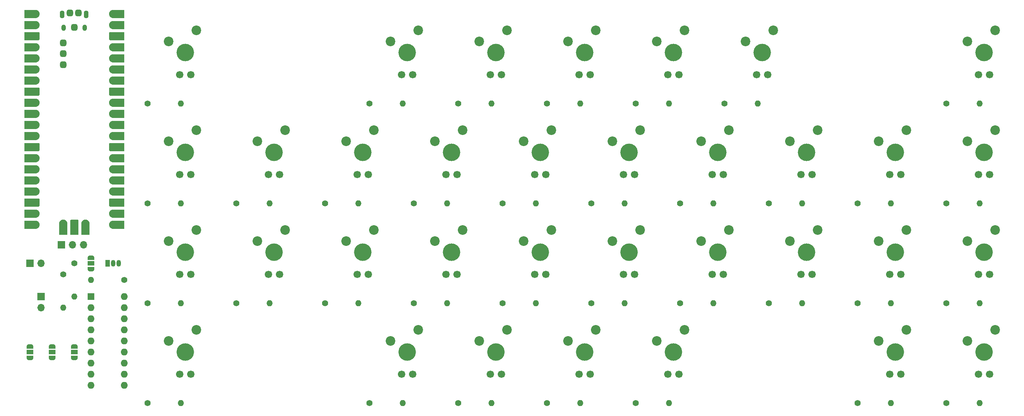
<source format=gbr>
%TF.GenerationSoftware,KiCad,Pcbnew,6.0.6-3a73a75311~116~ubuntu20.04.1*%
%TF.CreationDate,2022-07-30T23:38:09+12:00*%
%TF.ProjectId,keyboard,6b657962-6f61-4726-942e-6b696361645f,1*%
%TF.SameCoordinates,Original*%
%TF.FileFunction,Soldermask,Top*%
%TF.FilePolarity,Negative*%
%FSLAX46Y46*%
G04 Gerber Fmt 4.6, Leading zero omitted, Abs format (unit mm)*
G04 Created by KiCad (PCBNEW 6.0.6-3a73a75311~116~ubuntu20.04.1) date 2022-07-30 23:38:09*
%MOMM*%
%LPD*%
G01*
G04 APERTURE LIST*
G04 Aperture macros list*
%AMRoundRect*
0 Rectangle with rounded corners*
0 $1 Rounding radius*
0 $2 $3 $4 $5 $6 $7 $8 $9 X,Y pos of 4 corners*
0 Add a 4 corners polygon primitive as box body*
4,1,4,$2,$3,$4,$5,$6,$7,$8,$9,$2,$3,0*
0 Add four circle primitives for the rounded corners*
1,1,$1+$1,$2,$3*
1,1,$1+$1,$4,$5*
1,1,$1+$1,$6,$7*
1,1,$1+$1,$8,$9*
0 Add four rect primitives between the rounded corners*
20,1,$1+$1,$2,$3,$4,$5,0*
20,1,$1+$1,$4,$5,$6,$7,0*
20,1,$1+$1,$6,$7,$8,$9,0*
20,1,$1+$1,$8,$9,$2,$3,0*%
%AMFreePoly0*
4,1,22,0.550000,-0.750000,0.000000,-0.750000,0.000000,-0.745033,-0.079941,-0.743568,-0.215256,-0.701293,-0.333266,-0.622738,-0.424486,-0.514219,-0.481581,-0.384460,-0.499164,-0.250000,-0.500000,-0.250000,-0.500000,0.250000,-0.499164,0.250000,-0.499963,0.256109,-0.478152,0.396186,-0.417904,0.524511,-0.324060,0.630769,-0.204165,0.706417,-0.067858,0.745374,0.000000,0.744959,0.000000,0.750000,
0.550000,0.750000,0.550000,-0.750000,0.550000,-0.750000,$1*%
%AMFreePoly1*
4,1,20,0.000000,0.744959,0.073905,0.744508,0.209726,0.703889,0.328688,0.626782,0.421226,0.519385,0.479903,0.390333,0.500000,0.250000,0.500000,-0.250000,0.499851,-0.262216,0.476331,-0.402017,0.414519,-0.529596,0.319384,-0.634700,0.198574,-0.708877,0.061801,-0.746166,0.000000,-0.745033,0.000000,-0.750000,-0.550000,-0.750000,-0.550000,0.750000,0.000000,0.750000,0.000000,0.744959,
0.000000,0.744959,$1*%
G04 Aperture macros list end*
%ADD10C,0.010000*%
%ADD11C,1.400000*%
%ADD12O,1.400000X1.400000*%
%ADD13FreePoly0,90.000000*%
%ADD14R,1.500000X1.000000*%
%ADD15FreePoly1,90.000000*%
%ADD16C,4.000000*%
%ADD17C,2.200000*%
%ADD18C,1.690600*%
%ADD19R,1.700000X1.700000*%
%ADD20O,1.700000X1.700000*%
%ADD21O,1.100000X1.800000*%
%ADD22O,1.050000X1.450000*%
%ADD23RoundRect,0.450000X-0.300000X-0.300000X0.300000X-0.300000X0.300000X0.300000X-0.300000X0.300000X0*%
%ADD24R,1.600000X1.600000*%
%ADD25O,1.600000X1.600000*%
%ADD26R,1.050000X1.500000*%
%ADD27O,1.050000X1.500000*%
G04 APERTURE END LIST*
%TO.C,U1*%
G36*
X81047000Y-160161000D02*
G01*
X81094000Y-160165000D01*
X81141000Y-160171000D01*
X81187000Y-160180000D01*
X81233000Y-160191000D01*
X81278000Y-160204000D01*
X81323000Y-160220000D01*
X81366000Y-160238000D01*
X81409000Y-160258000D01*
X81450000Y-160281000D01*
X81490000Y-160305000D01*
X81529000Y-160332000D01*
X81566000Y-160361000D01*
X81602000Y-160391000D01*
X81636000Y-160424000D01*
X81669000Y-160458000D01*
X81699000Y-160494000D01*
X81728000Y-160531000D01*
X81755000Y-160570000D01*
X81779000Y-160610000D01*
X81802000Y-160651000D01*
X81822000Y-160694000D01*
X81840000Y-160737000D01*
X81856000Y-160782000D01*
X81869000Y-160827000D01*
X81880000Y-160873000D01*
X81889000Y-160919000D01*
X81895000Y-160966000D01*
X81899000Y-161013000D01*
X81900000Y-161060000D01*
X81899000Y-161107000D01*
X81895000Y-161154000D01*
X81889000Y-161201000D01*
X81880000Y-161247000D01*
X81869000Y-161293000D01*
X81856000Y-161338000D01*
X81840000Y-161383000D01*
X81822000Y-161426000D01*
X81802000Y-161469000D01*
X81779000Y-161510000D01*
X81755000Y-161550000D01*
X81728000Y-161589000D01*
X81699000Y-161626000D01*
X81669000Y-161662000D01*
X81636000Y-161696000D01*
X81602000Y-161729000D01*
X81566000Y-161759000D01*
X81529000Y-161788000D01*
X81490000Y-161815000D01*
X81450000Y-161839000D01*
X81409000Y-161862000D01*
X81366000Y-161882000D01*
X81323000Y-161900000D01*
X81278000Y-161916000D01*
X81233000Y-161929000D01*
X81187000Y-161940000D01*
X81141000Y-161949000D01*
X81094000Y-161955000D01*
X81047000Y-161959000D01*
X81000000Y-161960000D01*
X78500000Y-161960000D01*
X78500000Y-160160000D01*
X81000000Y-160160000D01*
X81047000Y-160161000D01*
G37*
D10*
X81047000Y-160161000D02*
X81094000Y-160165000D01*
X81141000Y-160171000D01*
X81187000Y-160180000D01*
X81233000Y-160191000D01*
X81278000Y-160204000D01*
X81323000Y-160220000D01*
X81366000Y-160238000D01*
X81409000Y-160258000D01*
X81450000Y-160281000D01*
X81490000Y-160305000D01*
X81529000Y-160332000D01*
X81566000Y-160361000D01*
X81602000Y-160391000D01*
X81636000Y-160424000D01*
X81669000Y-160458000D01*
X81699000Y-160494000D01*
X81728000Y-160531000D01*
X81755000Y-160570000D01*
X81779000Y-160610000D01*
X81802000Y-160651000D01*
X81822000Y-160694000D01*
X81840000Y-160737000D01*
X81856000Y-160782000D01*
X81869000Y-160827000D01*
X81880000Y-160873000D01*
X81889000Y-160919000D01*
X81895000Y-160966000D01*
X81899000Y-161013000D01*
X81900000Y-161060000D01*
X81899000Y-161107000D01*
X81895000Y-161154000D01*
X81889000Y-161201000D01*
X81880000Y-161247000D01*
X81869000Y-161293000D01*
X81856000Y-161338000D01*
X81840000Y-161383000D01*
X81822000Y-161426000D01*
X81802000Y-161469000D01*
X81779000Y-161510000D01*
X81755000Y-161550000D01*
X81728000Y-161589000D01*
X81699000Y-161626000D01*
X81669000Y-161662000D01*
X81636000Y-161696000D01*
X81602000Y-161729000D01*
X81566000Y-161759000D01*
X81529000Y-161788000D01*
X81490000Y-161815000D01*
X81450000Y-161839000D01*
X81409000Y-161862000D01*
X81366000Y-161882000D01*
X81323000Y-161900000D01*
X81278000Y-161916000D01*
X81233000Y-161929000D01*
X81187000Y-161940000D01*
X81141000Y-161949000D01*
X81094000Y-161955000D01*
X81047000Y-161959000D01*
X81000000Y-161960000D01*
X78500000Y-161960000D01*
X78500000Y-160160000D01*
X81000000Y-160160000D01*
X81047000Y-160161000D01*
G36*
X101280000Y-184820000D02*
G01*
X98780000Y-184820000D01*
X98733000Y-184819000D01*
X98686000Y-184815000D01*
X98639000Y-184809000D01*
X98593000Y-184800000D01*
X98547000Y-184789000D01*
X98502000Y-184776000D01*
X98457000Y-184760000D01*
X98414000Y-184742000D01*
X98371000Y-184722000D01*
X98330000Y-184699000D01*
X98290000Y-184675000D01*
X98251000Y-184648000D01*
X98214000Y-184619000D01*
X98178000Y-184589000D01*
X98144000Y-184556000D01*
X98111000Y-184522000D01*
X98081000Y-184486000D01*
X98052000Y-184449000D01*
X98025000Y-184410000D01*
X98001000Y-184370000D01*
X97978000Y-184329000D01*
X97958000Y-184286000D01*
X97940000Y-184243000D01*
X97924000Y-184198000D01*
X97911000Y-184153000D01*
X97900000Y-184107000D01*
X97891000Y-184061000D01*
X97885000Y-184014000D01*
X97881000Y-183967000D01*
X97880000Y-183920000D01*
X97881000Y-183873000D01*
X97885000Y-183826000D01*
X97891000Y-183779000D01*
X97900000Y-183733000D01*
X97911000Y-183687000D01*
X97924000Y-183642000D01*
X97940000Y-183597000D01*
X97958000Y-183554000D01*
X97978000Y-183511000D01*
X98001000Y-183470000D01*
X98025000Y-183430000D01*
X98052000Y-183391000D01*
X98081000Y-183354000D01*
X98111000Y-183318000D01*
X98144000Y-183284000D01*
X98178000Y-183251000D01*
X98214000Y-183221000D01*
X98251000Y-183192000D01*
X98290000Y-183165000D01*
X98330000Y-183141000D01*
X98371000Y-183118000D01*
X98414000Y-183098000D01*
X98457000Y-183080000D01*
X98502000Y-183064000D01*
X98547000Y-183051000D01*
X98593000Y-183040000D01*
X98639000Y-183031000D01*
X98686000Y-183025000D01*
X98733000Y-183021000D01*
X98780000Y-183020000D01*
X101280000Y-183020000D01*
X101280000Y-184820000D01*
G37*
X101280000Y-184820000D02*
X98780000Y-184820000D01*
X98733000Y-184819000D01*
X98686000Y-184815000D01*
X98639000Y-184809000D01*
X98593000Y-184800000D01*
X98547000Y-184789000D01*
X98502000Y-184776000D01*
X98457000Y-184760000D01*
X98414000Y-184742000D01*
X98371000Y-184722000D01*
X98330000Y-184699000D01*
X98290000Y-184675000D01*
X98251000Y-184648000D01*
X98214000Y-184619000D01*
X98178000Y-184589000D01*
X98144000Y-184556000D01*
X98111000Y-184522000D01*
X98081000Y-184486000D01*
X98052000Y-184449000D01*
X98025000Y-184410000D01*
X98001000Y-184370000D01*
X97978000Y-184329000D01*
X97958000Y-184286000D01*
X97940000Y-184243000D01*
X97924000Y-184198000D01*
X97911000Y-184153000D01*
X97900000Y-184107000D01*
X97891000Y-184061000D01*
X97885000Y-184014000D01*
X97881000Y-183967000D01*
X97880000Y-183920000D01*
X97881000Y-183873000D01*
X97885000Y-183826000D01*
X97891000Y-183779000D01*
X97900000Y-183733000D01*
X97911000Y-183687000D01*
X97924000Y-183642000D01*
X97940000Y-183597000D01*
X97958000Y-183554000D01*
X97978000Y-183511000D01*
X98001000Y-183470000D01*
X98025000Y-183430000D01*
X98052000Y-183391000D01*
X98081000Y-183354000D01*
X98111000Y-183318000D01*
X98144000Y-183284000D01*
X98178000Y-183251000D01*
X98214000Y-183221000D01*
X98251000Y-183192000D01*
X98290000Y-183165000D01*
X98330000Y-183141000D01*
X98371000Y-183118000D01*
X98414000Y-183098000D01*
X98457000Y-183080000D01*
X98502000Y-183064000D01*
X98547000Y-183051000D01*
X98593000Y-183040000D01*
X98639000Y-183031000D01*
X98686000Y-183025000D01*
X98733000Y-183021000D01*
X98780000Y-183020000D01*
X101280000Y-183020000D01*
X101280000Y-184820000D01*
G36*
X87397000Y-182791000D02*
G01*
X87444000Y-182795000D01*
X87491000Y-182801000D01*
X87537000Y-182810000D01*
X87583000Y-182821000D01*
X87628000Y-182834000D01*
X87673000Y-182850000D01*
X87716000Y-182868000D01*
X87759000Y-182888000D01*
X87800000Y-182911000D01*
X87840000Y-182935000D01*
X87879000Y-182962000D01*
X87916000Y-182991000D01*
X87952000Y-183021000D01*
X87986000Y-183054000D01*
X88019000Y-183088000D01*
X88049000Y-183124000D01*
X88078000Y-183161000D01*
X88105000Y-183200000D01*
X88129000Y-183240000D01*
X88152000Y-183281000D01*
X88172000Y-183324000D01*
X88190000Y-183367000D01*
X88206000Y-183412000D01*
X88219000Y-183457000D01*
X88230000Y-183503000D01*
X88239000Y-183549000D01*
X88245000Y-183596000D01*
X88249000Y-183643000D01*
X88250000Y-183690000D01*
X88250000Y-186190000D01*
X86450000Y-186190000D01*
X86450000Y-183690000D01*
X86451000Y-183643000D01*
X86455000Y-183596000D01*
X86461000Y-183549000D01*
X86470000Y-183503000D01*
X86481000Y-183457000D01*
X86494000Y-183412000D01*
X86510000Y-183367000D01*
X86528000Y-183324000D01*
X86548000Y-183281000D01*
X86571000Y-183240000D01*
X86595000Y-183200000D01*
X86622000Y-183161000D01*
X86651000Y-183124000D01*
X86681000Y-183088000D01*
X86714000Y-183054000D01*
X86748000Y-183021000D01*
X86784000Y-182991000D01*
X86821000Y-182962000D01*
X86860000Y-182935000D01*
X86900000Y-182911000D01*
X86941000Y-182888000D01*
X86984000Y-182868000D01*
X87027000Y-182850000D01*
X87072000Y-182834000D01*
X87117000Y-182821000D01*
X87163000Y-182810000D01*
X87209000Y-182801000D01*
X87256000Y-182795000D01*
X87303000Y-182791000D01*
X87350000Y-182790000D01*
X87397000Y-182791000D01*
G37*
X87397000Y-182791000D02*
X87444000Y-182795000D01*
X87491000Y-182801000D01*
X87537000Y-182810000D01*
X87583000Y-182821000D01*
X87628000Y-182834000D01*
X87673000Y-182850000D01*
X87716000Y-182868000D01*
X87759000Y-182888000D01*
X87800000Y-182911000D01*
X87840000Y-182935000D01*
X87879000Y-182962000D01*
X87916000Y-182991000D01*
X87952000Y-183021000D01*
X87986000Y-183054000D01*
X88019000Y-183088000D01*
X88049000Y-183124000D01*
X88078000Y-183161000D01*
X88105000Y-183200000D01*
X88129000Y-183240000D01*
X88152000Y-183281000D01*
X88172000Y-183324000D01*
X88190000Y-183367000D01*
X88206000Y-183412000D01*
X88219000Y-183457000D01*
X88230000Y-183503000D01*
X88239000Y-183549000D01*
X88245000Y-183596000D01*
X88249000Y-183643000D01*
X88250000Y-183690000D01*
X88250000Y-186190000D01*
X86450000Y-186190000D01*
X86450000Y-183690000D01*
X86451000Y-183643000D01*
X86455000Y-183596000D01*
X86461000Y-183549000D01*
X86470000Y-183503000D01*
X86481000Y-183457000D01*
X86494000Y-183412000D01*
X86510000Y-183367000D01*
X86528000Y-183324000D01*
X86548000Y-183281000D01*
X86571000Y-183240000D01*
X86595000Y-183200000D01*
X86622000Y-183161000D01*
X86651000Y-183124000D01*
X86681000Y-183088000D01*
X86714000Y-183054000D01*
X86748000Y-183021000D01*
X86784000Y-182991000D01*
X86821000Y-182962000D01*
X86860000Y-182935000D01*
X86900000Y-182911000D01*
X86941000Y-182888000D01*
X86984000Y-182868000D01*
X87027000Y-182850000D01*
X87072000Y-182834000D01*
X87117000Y-182821000D01*
X87163000Y-182810000D01*
X87209000Y-182801000D01*
X87256000Y-182795000D01*
X87303000Y-182791000D01*
X87350000Y-182790000D01*
X87397000Y-182791000D01*
G36*
X81047000Y-172861000D02*
G01*
X81094000Y-172865000D01*
X81141000Y-172871000D01*
X81187000Y-172880000D01*
X81233000Y-172891000D01*
X81278000Y-172904000D01*
X81323000Y-172920000D01*
X81366000Y-172938000D01*
X81409000Y-172958000D01*
X81450000Y-172981000D01*
X81490000Y-173005000D01*
X81529000Y-173032000D01*
X81566000Y-173061000D01*
X81602000Y-173091000D01*
X81636000Y-173124000D01*
X81669000Y-173158000D01*
X81699000Y-173194000D01*
X81728000Y-173231000D01*
X81755000Y-173270000D01*
X81779000Y-173310000D01*
X81802000Y-173351000D01*
X81822000Y-173394000D01*
X81840000Y-173437000D01*
X81856000Y-173482000D01*
X81869000Y-173527000D01*
X81880000Y-173573000D01*
X81889000Y-173619000D01*
X81895000Y-173666000D01*
X81899000Y-173713000D01*
X81900000Y-173760000D01*
X81899000Y-173807000D01*
X81895000Y-173854000D01*
X81889000Y-173901000D01*
X81880000Y-173947000D01*
X81869000Y-173993000D01*
X81856000Y-174038000D01*
X81840000Y-174083000D01*
X81822000Y-174126000D01*
X81802000Y-174169000D01*
X81779000Y-174210000D01*
X81755000Y-174250000D01*
X81728000Y-174289000D01*
X81699000Y-174326000D01*
X81669000Y-174362000D01*
X81636000Y-174396000D01*
X81602000Y-174429000D01*
X81566000Y-174459000D01*
X81529000Y-174488000D01*
X81490000Y-174515000D01*
X81450000Y-174539000D01*
X81409000Y-174562000D01*
X81366000Y-174582000D01*
X81323000Y-174600000D01*
X81278000Y-174616000D01*
X81233000Y-174629000D01*
X81187000Y-174640000D01*
X81141000Y-174649000D01*
X81094000Y-174655000D01*
X81047000Y-174659000D01*
X81000000Y-174660000D01*
X78500000Y-174660000D01*
X78500000Y-172860000D01*
X81000000Y-172860000D01*
X81047000Y-172861000D01*
G37*
X81047000Y-172861000D02*
X81094000Y-172865000D01*
X81141000Y-172871000D01*
X81187000Y-172880000D01*
X81233000Y-172891000D01*
X81278000Y-172904000D01*
X81323000Y-172920000D01*
X81366000Y-172938000D01*
X81409000Y-172958000D01*
X81450000Y-172981000D01*
X81490000Y-173005000D01*
X81529000Y-173032000D01*
X81566000Y-173061000D01*
X81602000Y-173091000D01*
X81636000Y-173124000D01*
X81669000Y-173158000D01*
X81699000Y-173194000D01*
X81728000Y-173231000D01*
X81755000Y-173270000D01*
X81779000Y-173310000D01*
X81802000Y-173351000D01*
X81822000Y-173394000D01*
X81840000Y-173437000D01*
X81856000Y-173482000D01*
X81869000Y-173527000D01*
X81880000Y-173573000D01*
X81889000Y-173619000D01*
X81895000Y-173666000D01*
X81899000Y-173713000D01*
X81900000Y-173760000D01*
X81899000Y-173807000D01*
X81895000Y-173854000D01*
X81889000Y-173901000D01*
X81880000Y-173947000D01*
X81869000Y-173993000D01*
X81856000Y-174038000D01*
X81840000Y-174083000D01*
X81822000Y-174126000D01*
X81802000Y-174169000D01*
X81779000Y-174210000D01*
X81755000Y-174250000D01*
X81728000Y-174289000D01*
X81699000Y-174326000D01*
X81669000Y-174362000D01*
X81636000Y-174396000D01*
X81602000Y-174429000D01*
X81566000Y-174459000D01*
X81529000Y-174488000D01*
X81490000Y-174515000D01*
X81450000Y-174539000D01*
X81409000Y-174562000D01*
X81366000Y-174582000D01*
X81323000Y-174600000D01*
X81278000Y-174616000D01*
X81233000Y-174629000D01*
X81187000Y-174640000D01*
X81141000Y-174649000D01*
X81094000Y-174655000D01*
X81047000Y-174659000D01*
X81000000Y-174660000D01*
X78500000Y-174660000D01*
X78500000Y-172860000D01*
X81000000Y-172860000D01*
X81047000Y-172861000D01*
G36*
X81047000Y-150001000D02*
G01*
X81094000Y-150005000D01*
X81141000Y-150011000D01*
X81187000Y-150020000D01*
X81233000Y-150031000D01*
X81278000Y-150044000D01*
X81323000Y-150060000D01*
X81366000Y-150078000D01*
X81409000Y-150098000D01*
X81450000Y-150121000D01*
X81490000Y-150145000D01*
X81529000Y-150172000D01*
X81566000Y-150201000D01*
X81602000Y-150231000D01*
X81636000Y-150264000D01*
X81669000Y-150298000D01*
X81699000Y-150334000D01*
X81728000Y-150371000D01*
X81755000Y-150410000D01*
X81779000Y-150450000D01*
X81802000Y-150491000D01*
X81822000Y-150534000D01*
X81840000Y-150577000D01*
X81856000Y-150622000D01*
X81869000Y-150667000D01*
X81880000Y-150713000D01*
X81889000Y-150759000D01*
X81895000Y-150806000D01*
X81899000Y-150853000D01*
X81900000Y-150900000D01*
X81899000Y-150947000D01*
X81895000Y-150994000D01*
X81889000Y-151041000D01*
X81880000Y-151087000D01*
X81869000Y-151133000D01*
X81856000Y-151178000D01*
X81840000Y-151223000D01*
X81822000Y-151266000D01*
X81802000Y-151309000D01*
X81779000Y-151350000D01*
X81755000Y-151390000D01*
X81728000Y-151429000D01*
X81699000Y-151466000D01*
X81669000Y-151502000D01*
X81636000Y-151536000D01*
X81602000Y-151569000D01*
X81566000Y-151599000D01*
X81529000Y-151628000D01*
X81490000Y-151655000D01*
X81450000Y-151679000D01*
X81409000Y-151702000D01*
X81366000Y-151722000D01*
X81323000Y-151740000D01*
X81278000Y-151756000D01*
X81233000Y-151769000D01*
X81187000Y-151780000D01*
X81141000Y-151789000D01*
X81094000Y-151795000D01*
X81047000Y-151799000D01*
X81000000Y-151800000D01*
X78500000Y-151800000D01*
X78500000Y-150000000D01*
X81000000Y-150000000D01*
X81047000Y-150001000D01*
G37*
X81047000Y-150001000D02*
X81094000Y-150005000D01*
X81141000Y-150011000D01*
X81187000Y-150020000D01*
X81233000Y-150031000D01*
X81278000Y-150044000D01*
X81323000Y-150060000D01*
X81366000Y-150078000D01*
X81409000Y-150098000D01*
X81450000Y-150121000D01*
X81490000Y-150145000D01*
X81529000Y-150172000D01*
X81566000Y-150201000D01*
X81602000Y-150231000D01*
X81636000Y-150264000D01*
X81669000Y-150298000D01*
X81699000Y-150334000D01*
X81728000Y-150371000D01*
X81755000Y-150410000D01*
X81779000Y-150450000D01*
X81802000Y-150491000D01*
X81822000Y-150534000D01*
X81840000Y-150577000D01*
X81856000Y-150622000D01*
X81869000Y-150667000D01*
X81880000Y-150713000D01*
X81889000Y-150759000D01*
X81895000Y-150806000D01*
X81899000Y-150853000D01*
X81900000Y-150900000D01*
X81899000Y-150947000D01*
X81895000Y-150994000D01*
X81889000Y-151041000D01*
X81880000Y-151087000D01*
X81869000Y-151133000D01*
X81856000Y-151178000D01*
X81840000Y-151223000D01*
X81822000Y-151266000D01*
X81802000Y-151309000D01*
X81779000Y-151350000D01*
X81755000Y-151390000D01*
X81728000Y-151429000D01*
X81699000Y-151466000D01*
X81669000Y-151502000D01*
X81636000Y-151536000D01*
X81602000Y-151569000D01*
X81566000Y-151599000D01*
X81529000Y-151628000D01*
X81490000Y-151655000D01*
X81450000Y-151679000D01*
X81409000Y-151702000D01*
X81366000Y-151722000D01*
X81323000Y-151740000D01*
X81278000Y-151756000D01*
X81233000Y-151769000D01*
X81187000Y-151780000D01*
X81141000Y-151789000D01*
X81094000Y-151795000D01*
X81047000Y-151799000D01*
X81000000Y-151800000D01*
X78500000Y-151800000D01*
X78500000Y-150000000D01*
X81000000Y-150000000D01*
X81047000Y-150001000D01*
G36*
X92477000Y-182791000D02*
G01*
X92524000Y-182795000D01*
X92571000Y-182801000D01*
X92617000Y-182810000D01*
X92663000Y-182821000D01*
X92708000Y-182834000D01*
X92753000Y-182850000D01*
X92796000Y-182868000D01*
X92839000Y-182888000D01*
X92880000Y-182911000D01*
X92920000Y-182935000D01*
X92959000Y-182962000D01*
X92996000Y-182991000D01*
X93032000Y-183021000D01*
X93066000Y-183054000D01*
X93099000Y-183088000D01*
X93129000Y-183124000D01*
X93158000Y-183161000D01*
X93185000Y-183200000D01*
X93209000Y-183240000D01*
X93232000Y-183281000D01*
X93252000Y-183324000D01*
X93270000Y-183367000D01*
X93286000Y-183412000D01*
X93299000Y-183457000D01*
X93310000Y-183503000D01*
X93319000Y-183549000D01*
X93325000Y-183596000D01*
X93329000Y-183643000D01*
X93330000Y-183690000D01*
X93330000Y-186190000D01*
X91530000Y-186190000D01*
X91530000Y-183690000D01*
X91531000Y-183643000D01*
X91535000Y-183596000D01*
X91541000Y-183549000D01*
X91550000Y-183503000D01*
X91561000Y-183457000D01*
X91574000Y-183412000D01*
X91590000Y-183367000D01*
X91608000Y-183324000D01*
X91628000Y-183281000D01*
X91651000Y-183240000D01*
X91675000Y-183200000D01*
X91702000Y-183161000D01*
X91731000Y-183124000D01*
X91761000Y-183088000D01*
X91794000Y-183054000D01*
X91828000Y-183021000D01*
X91864000Y-182991000D01*
X91901000Y-182962000D01*
X91940000Y-182935000D01*
X91980000Y-182911000D01*
X92021000Y-182888000D01*
X92064000Y-182868000D01*
X92107000Y-182850000D01*
X92152000Y-182834000D01*
X92197000Y-182821000D01*
X92243000Y-182810000D01*
X92289000Y-182801000D01*
X92336000Y-182795000D01*
X92383000Y-182791000D01*
X92430000Y-182790000D01*
X92477000Y-182791000D01*
G37*
X92477000Y-182791000D02*
X92524000Y-182795000D01*
X92571000Y-182801000D01*
X92617000Y-182810000D01*
X92663000Y-182821000D01*
X92708000Y-182834000D01*
X92753000Y-182850000D01*
X92796000Y-182868000D01*
X92839000Y-182888000D01*
X92880000Y-182911000D01*
X92920000Y-182935000D01*
X92959000Y-182962000D01*
X92996000Y-182991000D01*
X93032000Y-183021000D01*
X93066000Y-183054000D01*
X93099000Y-183088000D01*
X93129000Y-183124000D01*
X93158000Y-183161000D01*
X93185000Y-183200000D01*
X93209000Y-183240000D01*
X93232000Y-183281000D01*
X93252000Y-183324000D01*
X93270000Y-183367000D01*
X93286000Y-183412000D01*
X93299000Y-183457000D01*
X93310000Y-183503000D01*
X93319000Y-183549000D01*
X93325000Y-183596000D01*
X93329000Y-183643000D01*
X93330000Y-183690000D01*
X93330000Y-186190000D01*
X91530000Y-186190000D01*
X91530000Y-183690000D01*
X91531000Y-183643000D01*
X91535000Y-183596000D01*
X91541000Y-183549000D01*
X91550000Y-183503000D01*
X91561000Y-183457000D01*
X91574000Y-183412000D01*
X91590000Y-183367000D01*
X91608000Y-183324000D01*
X91628000Y-183281000D01*
X91651000Y-183240000D01*
X91675000Y-183200000D01*
X91702000Y-183161000D01*
X91731000Y-183124000D01*
X91761000Y-183088000D01*
X91794000Y-183054000D01*
X91828000Y-183021000D01*
X91864000Y-182991000D01*
X91901000Y-182962000D01*
X91940000Y-182935000D01*
X91980000Y-182911000D01*
X92021000Y-182888000D01*
X92064000Y-182868000D01*
X92107000Y-182850000D01*
X92152000Y-182834000D01*
X92197000Y-182821000D01*
X92243000Y-182810000D01*
X92289000Y-182801000D01*
X92336000Y-182795000D01*
X92383000Y-182791000D01*
X92430000Y-182790000D01*
X92477000Y-182791000D01*
G36*
X81047000Y-183021000D02*
G01*
X81094000Y-183025000D01*
X81141000Y-183031000D01*
X81187000Y-183040000D01*
X81233000Y-183051000D01*
X81278000Y-183064000D01*
X81323000Y-183080000D01*
X81366000Y-183098000D01*
X81409000Y-183118000D01*
X81450000Y-183141000D01*
X81490000Y-183165000D01*
X81529000Y-183192000D01*
X81566000Y-183221000D01*
X81602000Y-183251000D01*
X81636000Y-183284000D01*
X81669000Y-183318000D01*
X81699000Y-183354000D01*
X81728000Y-183391000D01*
X81755000Y-183430000D01*
X81779000Y-183470000D01*
X81802000Y-183511000D01*
X81822000Y-183554000D01*
X81840000Y-183597000D01*
X81856000Y-183642000D01*
X81869000Y-183687000D01*
X81880000Y-183733000D01*
X81889000Y-183779000D01*
X81895000Y-183826000D01*
X81899000Y-183873000D01*
X81900000Y-183920000D01*
X81899000Y-183967000D01*
X81895000Y-184014000D01*
X81889000Y-184061000D01*
X81880000Y-184107000D01*
X81869000Y-184153000D01*
X81856000Y-184198000D01*
X81840000Y-184243000D01*
X81822000Y-184286000D01*
X81802000Y-184329000D01*
X81779000Y-184370000D01*
X81755000Y-184410000D01*
X81728000Y-184449000D01*
X81699000Y-184486000D01*
X81669000Y-184522000D01*
X81636000Y-184556000D01*
X81602000Y-184589000D01*
X81566000Y-184619000D01*
X81529000Y-184648000D01*
X81490000Y-184675000D01*
X81450000Y-184699000D01*
X81409000Y-184722000D01*
X81366000Y-184742000D01*
X81323000Y-184760000D01*
X81278000Y-184776000D01*
X81233000Y-184789000D01*
X81187000Y-184800000D01*
X81141000Y-184809000D01*
X81094000Y-184815000D01*
X81047000Y-184819000D01*
X81000000Y-184820000D01*
X78500000Y-184820000D01*
X78500000Y-183020000D01*
X81000000Y-183020000D01*
X81047000Y-183021000D01*
G37*
X81047000Y-183021000D02*
X81094000Y-183025000D01*
X81141000Y-183031000D01*
X81187000Y-183040000D01*
X81233000Y-183051000D01*
X81278000Y-183064000D01*
X81323000Y-183080000D01*
X81366000Y-183098000D01*
X81409000Y-183118000D01*
X81450000Y-183141000D01*
X81490000Y-183165000D01*
X81529000Y-183192000D01*
X81566000Y-183221000D01*
X81602000Y-183251000D01*
X81636000Y-183284000D01*
X81669000Y-183318000D01*
X81699000Y-183354000D01*
X81728000Y-183391000D01*
X81755000Y-183430000D01*
X81779000Y-183470000D01*
X81802000Y-183511000D01*
X81822000Y-183554000D01*
X81840000Y-183597000D01*
X81856000Y-183642000D01*
X81869000Y-183687000D01*
X81880000Y-183733000D01*
X81889000Y-183779000D01*
X81895000Y-183826000D01*
X81899000Y-183873000D01*
X81900000Y-183920000D01*
X81899000Y-183967000D01*
X81895000Y-184014000D01*
X81889000Y-184061000D01*
X81880000Y-184107000D01*
X81869000Y-184153000D01*
X81856000Y-184198000D01*
X81840000Y-184243000D01*
X81822000Y-184286000D01*
X81802000Y-184329000D01*
X81779000Y-184370000D01*
X81755000Y-184410000D01*
X81728000Y-184449000D01*
X81699000Y-184486000D01*
X81669000Y-184522000D01*
X81636000Y-184556000D01*
X81602000Y-184589000D01*
X81566000Y-184619000D01*
X81529000Y-184648000D01*
X81490000Y-184675000D01*
X81450000Y-184699000D01*
X81409000Y-184722000D01*
X81366000Y-184742000D01*
X81323000Y-184760000D01*
X81278000Y-184776000D01*
X81233000Y-184789000D01*
X81187000Y-184800000D01*
X81141000Y-184809000D01*
X81094000Y-184815000D01*
X81047000Y-184819000D01*
X81000000Y-184820000D01*
X78500000Y-184820000D01*
X78500000Y-183020000D01*
X81000000Y-183020000D01*
X81047000Y-183021000D01*
G36*
X101280000Y-167040000D02*
G01*
X98164000Y-167040000D01*
X98149000Y-167038000D01*
X98133000Y-167036000D01*
X98118000Y-167033000D01*
X98102000Y-167030000D01*
X98072000Y-167020000D01*
X98058000Y-167014000D01*
X98030000Y-167000000D01*
X98017000Y-166992000D01*
X98004000Y-166983000D01*
X97991000Y-166973000D01*
X97979000Y-166963000D01*
X97957000Y-166941000D01*
X97947000Y-166929000D01*
X97937000Y-166916000D01*
X97928000Y-166903000D01*
X97920000Y-166890000D01*
X97906000Y-166862000D01*
X97900000Y-166848000D01*
X97890000Y-166818000D01*
X97887000Y-166802000D01*
X97884000Y-166787000D01*
X97882000Y-166771000D01*
X97880000Y-166756000D01*
X97880000Y-165524000D01*
X97882000Y-165509000D01*
X97884000Y-165493000D01*
X97887000Y-165478000D01*
X97890000Y-165462000D01*
X97900000Y-165432000D01*
X97906000Y-165418000D01*
X97920000Y-165390000D01*
X97928000Y-165377000D01*
X97937000Y-165364000D01*
X97947000Y-165351000D01*
X97957000Y-165339000D01*
X97979000Y-165317000D01*
X97991000Y-165307000D01*
X98004000Y-165297000D01*
X98017000Y-165288000D01*
X98030000Y-165280000D01*
X98058000Y-165266000D01*
X98072000Y-165260000D01*
X98102000Y-165250000D01*
X98118000Y-165247000D01*
X98133000Y-165244000D01*
X98149000Y-165242000D01*
X98164000Y-165240000D01*
X101280000Y-165240000D01*
X101280000Y-167040000D01*
G37*
X101280000Y-167040000D02*
X98164000Y-167040000D01*
X98149000Y-167038000D01*
X98133000Y-167036000D01*
X98118000Y-167033000D01*
X98102000Y-167030000D01*
X98072000Y-167020000D01*
X98058000Y-167014000D01*
X98030000Y-167000000D01*
X98017000Y-166992000D01*
X98004000Y-166983000D01*
X97991000Y-166973000D01*
X97979000Y-166963000D01*
X97957000Y-166941000D01*
X97947000Y-166929000D01*
X97937000Y-166916000D01*
X97928000Y-166903000D01*
X97920000Y-166890000D01*
X97906000Y-166862000D01*
X97900000Y-166848000D01*
X97890000Y-166818000D01*
X97887000Y-166802000D01*
X97884000Y-166787000D01*
X97882000Y-166771000D01*
X97880000Y-166756000D01*
X97880000Y-165524000D01*
X97882000Y-165509000D01*
X97884000Y-165493000D01*
X97887000Y-165478000D01*
X97890000Y-165462000D01*
X97900000Y-165432000D01*
X97906000Y-165418000D01*
X97920000Y-165390000D01*
X97928000Y-165377000D01*
X97937000Y-165364000D01*
X97947000Y-165351000D01*
X97957000Y-165339000D01*
X97979000Y-165317000D01*
X97991000Y-165307000D01*
X98004000Y-165297000D01*
X98017000Y-165288000D01*
X98030000Y-165280000D01*
X98058000Y-165266000D01*
X98072000Y-165260000D01*
X98102000Y-165250000D01*
X98118000Y-165247000D01*
X98133000Y-165244000D01*
X98149000Y-165242000D01*
X98164000Y-165240000D01*
X101280000Y-165240000D01*
X101280000Y-167040000D01*
G36*
X101280000Y-159420000D02*
G01*
X98780000Y-159420000D01*
X98733000Y-159419000D01*
X98686000Y-159415000D01*
X98639000Y-159409000D01*
X98593000Y-159400000D01*
X98547000Y-159389000D01*
X98502000Y-159376000D01*
X98457000Y-159360000D01*
X98414000Y-159342000D01*
X98371000Y-159322000D01*
X98330000Y-159299000D01*
X98290000Y-159275000D01*
X98251000Y-159248000D01*
X98214000Y-159219000D01*
X98178000Y-159189000D01*
X98144000Y-159156000D01*
X98111000Y-159122000D01*
X98081000Y-159086000D01*
X98052000Y-159049000D01*
X98025000Y-159010000D01*
X98001000Y-158970000D01*
X97978000Y-158929000D01*
X97958000Y-158886000D01*
X97940000Y-158843000D01*
X97924000Y-158798000D01*
X97911000Y-158753000D01*
X97900000Y-158707000D01*
X97891000Y-158661000D01*
X97885000Y-158614000D01*
X97881000Y-158567000D01*
X97880000Y-158520000D01*
X97881000Y-158473000D01*
X97885000Y-158426000D01*
X97891000Y-158379000D01*
X97900000Y-158333000D01*
X97911000Y-158287000D01*
X97924000Y-158242000D01*
X97940000Y-158197000D01*
X97958000Y-158154000D01*
X97978000Y-158111000D01*
X98001000Y-158070000D01*
X98025000Y-158030000D01*
X98052000Y-157991000D01*
X98081000Y-157954000D01*
X98111000Y-157918000D01*
X98144000Y-157884000D01*
X98178000Y-157851000D01*
X98214000Y-157821000D01*
X98251000Y-157792000D01*
X98290000Y-157765000D01*
X98330000Y-157741000D01*
X98371000Y-157718000D01*
X98414000Y-157698000D01*
X98457000Y-157680000D01*
X98502000Y-157664000D01*
X98547000Y-157651000D01*
X98593000Y-157640000D01*
X98639000Y-157631000D01*
X98686000Y-157625000D01*
X98733000Y-157621000D01*
X98780000Y-157620000D01*
X101280000Y-157620000D01*
X101280000Y-159420000D01*
G37*
X101280000Y-159420000D02*
X98780000Y-159420000D01*
X98733000Y-159419000D01*
X98686000Y-159415000D01*
X98639000Y-159409000D01*
X98593000Y-159400000D01*
X98547000Y-159389000D01*
X98502000Y-159376000D01*
X98457000Y-159360000D01*
X98414000Y-159342000D01*
X98371000Y-159322000D01*
X98330000Y-159299000D01*
X98290000Y-159275000D01*
X98251000Y-159248000D01*
X98214000Y-159219000D01*
X98178000Y-159189000D01*
X98144000Y-159156000D01*
X98111000Y-159122000D01*
X98081000Y-159086000D01*
X98052000Y-159049000D01*
X98025000Y-159010000D01*
X98001000Y-158970000D01*
X97978000Y-158929000D01*
X97958000Y-158886000D01*
X97940000Y-158843000D01*
X97924000Y-158798000D01*
X97911000Y-158753000D01*
X97900000Y-158707000D01*
X97891000Y-158661000D01*
X97885000Y-158614000D01*
X97881000Y-158567000D01*
X97880000Y-158520000D01*
X97881000Y-158473000D01*
X97885000Y-158426000D01*
X97891000Y-158379000D01*
X97900000Y-158333000D01*
X97911000Y-158287000D01*
X97924000Y-158242000D01*
X97940000Y-158197000D01*
X97958000Y-158154000D01*
X97978000Y-158111000D01*
X98001000Y-158070000D01*
X98025000Y-158030000D01*
X98052000Y-157991000D01*
X98081000Y-157954000D01*
X98111000Y-157918000D01*
X98144000Y-157884000D01*
X98178000Y-157851000D01*
X98214000Y-157821000D01*
X98251000Y-157792000D01*
X98290000Y-157765000D01*
X98330000Y-157741000D01*
X98371000Y-157718000D01*
X98414000Y-157698000D01*
X98457000Y-157680000D01*
X98502000Y-157664000D01*
X98547000Y-157651000D01*
X98593000Y-157640000D01*
X98639000Y-157631000D01*
X98686000Y-157625000D01*
X98733000Y-157621000D01*
X98780000Y-157620000D01*
X101280000Y-157620000D01*
X101280000Y-159420000D01*
G36*
X101280000Y-179740000D02*
G01*
X98164000Y-179740000D01*
X98149000Y-179738000D01*
X98133000Y-179736000D01*
X98118000Y-179733000D01*
X98102000Y-179730000D01*
X98072000Y-179720000D01*
X98058000Y-179714000D01*
X98030000Y-179700000D01*
X98017000Y-179692000D01*
X98004000Y-179683000D01*
X97991000Y-179673000D01*
X97979000Y-179663000D01*
X97957000Y-179641000D01*
X97947000Y-179629000D01*
X97937000Y-179616000D01*
X97928000Y-179603000D01*
X97920000Y-179590000D01*
X97906000Y-179562000D01*
X97900000Y-179548000D01*
X97890000Y-179518000D01*
X97887000Y-179502000D01*
X97884000Y-179487000D01*
X97882000Y-179471000D01*
X97880000Y-179456000D01*
X97880000Y-178224000D01*
X97882000Y-178209000D01*
X97884000Y-178193000D01*
X97887000Y-178178000D01*
X97890000Y-178162000D01*
X97900000Y-178132000D01*
X97906000Y-178118000D01*
X97920000Y-178090000D01*
X97928000Y-178077000D01*
X97937000Y-178064000D01*
X97947000Y-178051000D01*
X97957000Y-178039000D01*
X97979000Y-178017000D01*
X97991000Y-178007000D01*
X98004000Y-177997000D01*
X98017000Y-177988000D01*
X98030000Y-177980000D01*
X98058000Y-177966000D01*
X98072000Y-177960000D01*
X98102000Y-177950000D01*
X98118000Y-177947000D01*
X98133000Y-177944000D01*
X98149000Y-177942000D01*
X98164000Y-177940000D01*
X101280000Y-177940000D01*
X101280000Y-179740000D01*
G37*
X101280000Y-179740000D02*
X98164000Y-179740000D01*
X98149000Y-179738000D01*
X98133000Y-179736000D01*
X98118000Y-179733000D01*
X98102000Y-179730000D01*
X98072000Y-179720000D01*
X98058000Y-179714000D01*
X98030000Y-179700000D01*
X98017000Y-179692000D01*
X98004000Y-179683000D01*
X97991000Y-179673000D01*
X97979000Y-179663000D01*
X97957000Y-179641000D01*
X97947000Y-179629000D01*
X97937000Y-179616000D01*
X97928000Y-179603000D01*
X97920000Y-179590000D01*
X97906000Y-179562000D01*
X97900000Y-179548000D01*
X97890000Y-179518000D01*
X97887000Y-179502000D01*
X97884000Y-179487000D01*
X97882000Y-179471000D01*
X97880000Y-179456000D01*
X97880000Y-178224000D01*
X97882000Y-178209000D01*
X97884000Y-178193000D01*
X97887000Y-178178000D01*
X97890000Y-178162000D01*
X97900000Y-178132000D01*
X97906000Y-178118000D01*
X97920000Y-178090000D01*
X97928000Y-178077000D01*
X97937000Y-178064000D01*
X97947000Y-178051000D01*
X97957000Y-178039000D01*
X97979000Y-178017000D01*
X97991000Y-178007000D01*
X98004000Y-177997000D01*
X98017000Y-177988000D01*
X98030000Y-177980000D01*
X98058000Y-177966000D01*
X98072000Y-177960000D01*
X98102000Y-177950000D01*
X98118000Y-177947000D01*
X98133000Y-177944000D01*
X98149000Y-177942000D01*
X98164000Y-177940000D01*
X101280000Y-177940000D01*
X101280000Y-179740000D01*
G36*
X101280000Y-177200000D02*
G01*
X98780000Y-177200000D01*
X98733000Y-177199000D01*
X98686000Y-177195000D01*
X98639000Y-177189000D01*
X98593000Y-177180000D01*
X98547000Y-177169000D01*
X98502000Y-177156000D01*
X98457000Y-177140000D01*
X98414000Y-177122000D01*
X98371000Y-177102000D01*
X98330000Y-177079000D01*
X98290000Y-177055000D01*
X98251000Y-177028000D01*
X98214000Y-176999000D01*
X98178000Y-176969000D01*
X98144000Y-176936000D01*
X98111000Y-176902000D01*
X98081000Y-176866000D01*
X98052000Y-176829000D01*
X98025000Y-176790000D01*
X98001000Y-176750000D01*
X97978000Y-176709000D01*
X97958000Y-176666000D01*
X97940000Y-176623000D01*
X97924000Y-176578000D01*
X97911000Y-176533000D01*
X97900000Y-176487000D01*
X97891000Y-176441000D01*
X97885000Y-176394000D01*
X97881000Y-176347000D01*
X97880000Y-176300000D01*
X97881000Y-176253000D01*
X97885000Y-176206000D01*
X97891000Y-176159000D01*
X97900000Y-176113000D01*
X97911000Y-176067000D01*
X97924000Y-176022000D01*
X97940000Y-175977000D01*
X97958000Y-175934000D01*
X97978000Y-175891000D01*
X98001000Y-175850000D01*
X98025000Y-175810000D01*
X98052000Y-175771000D01*
X98081000Y-175734000D01*
X98111000Y-175698000D01*
X98144000Y-175664000D01*
X98178000Y-175631000D01*
X98214000Y-175601000D01*
X98251000Y-175572000D01*
X98290000Y-175545000D01*
X98330000Y-175521000D01*
X98371000Y-175498000D01*
X98414000Y-175478000D01*
X98457000Y-175460000D01*
X98502000Y-175444000D01*
X98547000Y-175431000D01*
X98593000Y-175420000D01*
X98639000Y-175411000D01*
X98686000Y-175405000D01*
X98733000Y-175401000D01*
X98780000Y-175400000D01*
X101280000Y-175400000D01*
X101280000Y-177200000D01*
G37*
X101280000Y-177200000D02*
X98780000Y-177200000D01*
X98733000Y-177199000D01*
X98686000Y-177195000D01*
X98639000Y-177189000D01*
X98593000Y-177180000D01*
X98547000Y-177169000D01*
X98502000Y-177156000D01*
X98457000Y-177140000D01*
X98414000Y-177122000D01*
X98371000Y-177102000D01*
X98330000Y-177079000D01*
X98290000Y-177055000D01*
X98251000Y-177028000D01*
X98214000Y-176999000D01*
X98178000Y-176969000D01*
X98144000Y-176936000D01*
X98111000Y-176902000D01*
X98081000Y-176866000D01*
X98052000Y-176829000D01*
X98025000Y-176790000D01*
X98001000Y-176750000D01*
X97978000Y-176709000D01*
X97958000Y-176666000D01*
X97940000Y-176623000D01*
X97924000Y-176578000D01*
X97911000Y-176533000D01*
X97900000Y-176487000D01*
X97891000Y-176441000D01*
X97885000Y-176394000D01*
X97881000Y-176347000D01*
X97880000Y-176300000D01*
X97881000Y-176253000D01*
X97885000Y-176206000D01*
X97891000Y-176159000D01*
X97900000Y-176113000D01*
X97911000Y-176067000D01*
X97924000Y-176022000D01*
X97940000Y-175977000D01*
X97958000Y-175934000D01*
X97978000Y-175891000D01*
X98001000Y-175850000D01*
X98025000Y-175810000D01*
X98052000Y-175771000D01*
X98081000Y-175734000D01*
X98111000Y-175698000D01*
X98144000Y-175664000D01*
X98178000Y-175631000D01*
X98214000Y-175601000D01*
X98251000Y-175572000D01*
X98290000Y-175545000D01*
X98330000Y-175521000D01*
X98371000Y-175498000D01*
X98414000Y-175478000D01*
X98457000Y-175460000D01*
X98502000Y-175444000D01*
X98547000Y-175431000D01*
X98593000Y-175420000D01*
X98639000Y-175411000D01*
X98686000Y-175405000D01*
X98733000Y-175401000D01*
X98780000Y-175400000D01*
X101280000Y-175400000D01*
X101280000Y-177200000D01*
G36*
X101280000Y-164500000D02*
G01*
X98780000Y-164500000D01*
X98733000Y-164499000D01*
X98686000Y-164495000D01*
X98639000Y-164489000D01*
X98593000Y-164480000D01*
X98547000Y-164469000D01*
X98502000Y-164456000D01*
X98457000Y-164440000D01*
X98414000Y-164422000D01*
X98371000Y-164402000D01*
X98330000Y-164379000D01*
X98290000Y-164355000D01*
X98251000Y-164328000D01*
X98214000Y-164299000D01*
X98178000Y-164269000D01*
X98144000Y-164236000D01*
X98111000Y-164202000D01*
X98081000Y-164166000D01*
X98052000Y-164129000D01*
X98025000Y-164090000D01*
X98001000Y-164050000D01*
X97978000Y-164009000D01*
X97958000Y-163966000D01*
X97940000Y-163923000D01*
X97924000Y-163878000D01*
X97911000Y-163833000D01*
X97900000Y-163787000D01*
X97891000Y-163741000D01*
X97885000Y-163694000D01*
X97881000Y-163647000D01*
X97880000Y-163600000D01*
X97881000Y-163553000D01*
X97885000Y-163506000D01*
X97891000Y-163459000D01*
X97900000Y-163413000D01*
X97911000Y-163367000D01*
X97924000Y-163322000D01*
X97940000Y-163277000D01*
X97958000Y-163234000D01*
X97978000Y-163191000D01*
X98001000Y-163150000D01*
X98025000Y-163110000D01*
X98052000Y-163071000D01*
X98081000Y-163034000D01*
X98111000Y-162998000D01*
X98144000Y-162964000D01*
X98178000Y-162931000D01*
X98214000Y-162901000D01*
X98251000Y-162872000D01*
X98290000Y-162845000D01*
X98330000Y-162821000D01*
X98371000Y-162798000D01*
X98414000Y-162778000D01*
X98457000Y-162760000D01*
X98502000Y-162744000D01*
X98547000Y-162731000D01*
X98593000Y-162720000D01*
X98639000Y-162711000D01*
X98686000Y-162705000D01*
X98733000Y-162701000D01*
X98780000Y-162700000D01*
X101280000Y-162700000D01*
X101280000Y-164500000D01*
G37*
X101280000Y-164500000D02*
X98780000Y-164500000D01*
X98733000Y-164499000D01*
X98686000Y-164495000D01*
X98639000Y-164489000D01*
X98593000Y-164480000D01*
X98547000Y-164469000D01*
X98502000Y-164456000D01*
X98457000Y-164440000D01*
X98414000Y-164422000D01*
X98371000Y-164402000D01*
X98330000Y-164379000D01*
X98290000Y-164355000D01*
X98251000Y-164328000D01*
X98214000Y-164299000D01*
X98178000Y-164269000D01*
X98144000Y-164236000D01*
X98111000Y-164202000D01*
X98081000Y-164166000D01*
X98052000Y-164129000D01*
X98025000Y-164090000D01*
X98001000Y-164050000D01*
X97978000Y-164009000D01*
X97958000Y-163966000D01*
X97940000Y-163923000D01*
X97924000Y-163878000D01*
X97911000Y-163833000D01*
X97900000Y-163787000D01*
X97891000Y-163741000D01*
X97885000Y-163694000D01*
X97881000Y-163647000D01*
X97880000Y-163600000D01*
X97881000Y-163553000D01*
X97885000Y-163506000D01*
X97891000Y-163459000D01*
X97900000Y-163413000D01*
X97911000Y-163367000D01*
X97924000Y-163322000D01*
X97940000Y-163277000D01*
X97958000Y-163234000D01*
X97978000Y-163191000D01*
X98001000Y-163150000D01*
X98025000Y-163110000D01*
X98052000Y-163071000D01*
X98081000Y-163034000D01*
X98111000Y-162998000D01*
X98144000Y-162964000D01*
X98178000Y-162931000D01*
X98214000Y-162901000D01*
X98251000Y-162872000D01*
X98290000Y-162845000D01*
X98330000Y-162821000D01*
X98371000Y-162798000D01*
X98414000Y-162778000D01*
X98457000Y-162760000D01*
X98502000Y-162744000D01*
X98547000Y-162731000D01*
X98593000Y-162720000D01*
X98639000Y-162711000D01*
X98686000Y-162705000D01*
X98733000Y-162701000D01*
X98780000Y-162700000D01*
X101280000Y-162700000D01*
X101280000Y-164500000D01*
G36*
X81047000Y-180481000D02*
G01*
X81094000Y-180485000D01*
X81141000Y-180491000D01*
X81187000Y-180500000D01*
X81233000Y-180511000D01*
X81278000Y-180524000D01*
X81323000Y-180540000D01*
X81366000Y-180558000D01*
X81409000Y-180578000D01*
X81450000Y-180601000D01*
X81490000Y-180625000D01*
X81529000Y-180652000D01*
X81566000Y-180681000D01*
X81602000Y-180711000D01*
X81636000Y-180744000D01*
X81669000Y-180778000D01*
X81699000Y-180814000D01*
X81728000Y-180851000D01*
X81755000Y-180890000D01*
X81779000Y-180930000D01*
X81802000Y-180971000D01*
X81822000Y-181014000D01*
X81840000Y-181057000D01*
X81856000Y-181102000D01*
X81869000Y-181147000D01*
X81880000Y-181193000D01*
X81889000Y-181239000D01*
X81895000Y-181286000D01*
X81899000Y-181333000D01*
X81900000Y-181380000D01*
X81899000Y-181427000D01*
X81895000Y-181474000D01*
X81889000Y-181521000D01*
X81880000Y-181567000D01*
X81869000Y-181613000D01*
X81856000Y-181658000D01*
X81840000Y-181703000D01*
X81822000Y-181746000D01*
X81802000Y-181789000D01*
X81779000Y-181830000D01*
X81755000Y-181870000D01*
X81728000Y-181909000D01*
X81699000Y-181946000D01*
X81669000Y-181982000D01*
X81636000Y-182016000D01*
X81602000Y-182049000D01*
X81566000Y-182079000D01*
X81529000Y-182108000D01*
X81490000Y-182135000D01*
X81450000Y-182159000D01*
X81409000Y-182182000D01*
X81366000Y-182202000D01*
X81323000Y-182220000D01*
X81278000Y-182236000D01*
X81233000Y-182249000D01*
X81187000Y-182260000D01*
X81141000Y-182269000D01*
X81094000Y-182275000D01*
X81047000Y-182279000D01*
X81000000Y-182280000D01*
X78500000Y-182280000D01*
X78500000Y-180480000D01*
X81000000Y-180480000D01*
X81047000Y-180481000D01*
G37*
X81047000Y-180481000D02*
X81094000Y-180485000D01*
X81141000Y-180491000D01*
X81187000Y-180500000D01*
X81233000Y-180511000D01*
X81278000Y-180524000D01*
X81323000Y-180540000D01*
X81366000Y-180558000D01*
X81409000Y-180578000D01*
X81450000Y-180601000D01*
X81490000Y-180625000D01*
X81529000Y-180652000D01*
X81566000Y-180681000D01*
X81602000Y-180711000D01*
X81636000Y-180744000D01*
X81669000Y-180778000D01*
X81699000Y-180814000D01*
X81728000Y-180851000D01*
X81755000Y-180890000D01*
X81779000Y-180930000D01*
X81802000Y-180971000D01*
X81822000Y-181014000D01*
X81840000Y-181057000D01*
X81856000Y-181102000D01*
X81869000Y-181147000D01*
X81880000Y-181193000D01*
X81889000Y-181239000D01*
X81895000Y-181286000D01*
X81899000Y-181333000D01*
X81900000Y-181380000D01*
X81899000Y-181427000D01*
X81895000Y-181474000D01*
X81889000Y-181521000D01*
X81880000Y-181567000D01*
X81869000Y-181613000D01*
X81856000Y-181658000D01*
X81840000Y-181703000D01*
X81822000Y-181746000D01*
X81802000Y-181789000D01*
X81779000Y-181830000D01*
X81755000Y-181870000D01*
X81728000Y-181909000D01*
X81699000Y-181946000D01*
X81669000Y-181982000D01*
X81636000Y-182016000D01*
X81602000Y-182049000D01*
X81566000Y-182079000D01*
X81529000Y-182108000D01*
X81490000Y-182135000D01*
X81450000Y-182159000D01*
X81409000Y-182182000D01*
X81366000Y-182202000D01*
X81323000Y-182220000D01*
X81278000Y-182236000D01*
X81233000Y-182249000D01*
X81187000Y-182260000D01*
X81141000Y-182269000D01*
X81094000Y-182275000D01*
X81047000Y-182279000D01*
X81000000Y-182280000D01*
X78500000Y-182280000D01*
X78500000Y-180480000D01*
X81000000Y-180480000D01*
X81047000Y-180481000D01*
G36*
X101280000Y-141640000D02*
G01*
X98164000Y-141640000D01*
X98149000Y-141638000D01*
X98133000Y-141636000D01*
X98118000Y-141633000D01*
X98102000Y-141630000D01*
X98072000Y-141620000D01*
X98058000Y-141614000D01*
X98030000Y-141600000D01*
X98017000Y-141592000D01*
X98004000Y-141583000D01*
X97991000Y-141573000D01*
X97979000Y-141563000D01*
X97957000Y-141541000D01*
X97947000Y-141529000D01*
X97937000Y-141516000D01*
X97928000Y-141503000D01*
X97920000Y-141490000D01*
X97906000Y-141462000D01*
X97900000Y-141448000D01*
X97890000Y-141418000D01*
X97887000Y-141402000D01*
X97884000Y-141387000D01*
X97882000Y-141371000D01*
X97880000Y-141356000D01*
X97880000Y-140124000D01*
X97882000Y-140109000D01*
X97884000Y-140093000D01*
X97887000Y-140078000D01*
X97890000Y-140062000D01*
X97900000Y-140032000D01*
X97906000Y-140018000D01*
X97920000Y-139990000D01*
X97928000Y-139977000D01*
X97937000Y-139964000D01*
X97947000Y-139951000D01*
X97957000Y-139939000D01*
X97979000Y-139917000D01*
X97991000Y-139907000D01*
X98004000Y-139897000D01*
X98017000Y-139888000D01*
X98030000Y-139880000D01*
X98058000Y-139866000D01*
X98072000Y-139860000D01*
X98102000Y-139850000D01*
X98118000Y-139847000D01*
X98133000Y-139844000D01*
X98149000Y-139842000D01*
X98164000Y-139840000D01*
X101280000Y-139840000D01*
X101280000Y-141640000D01*
G37*
X101280000Y-141640000D02*
X98164000Y-141640000D01*
X98149000Y-141638000D01*
X98133000Y-141636000D01*
X98118000Y-141633000D01*
X98102000Y-141630000D01*
X98072000Y-141620000D01*
X98058000Y-141614000D01*
X98030000Y-141600000D01*
X98017000Y-141592000D01*
X98004000Y-141583000D01*
X97991000Y-141573000D01*
X97979000Y-141563000D01*
X97957000Y-141541000D01*
X97947000Y-141529000D01*
X97937000Y-141516000D01*
X97928000Y-141503000D01*
X97920000Y-141490000D01*
X97906000Y-141462000D01*
X97900000Y-141448000D01*
X97890000Y-141418000D01*
X97887000Y-141402000D01*
X97884000Y-141387000D01*
X97882000Y-141371000D01*
X97880000Y-141356000D01*
X97880000Y-140124000D01*
X97882000Y-140109000D01*
X97884000Y-140093000D01*
X97887000Y-140078000D01*
X97890000Y-140062000D01*
X97900000Y-140032000D01*
X97906000Y-140018000D01*
X97920000Y-139990000D01*
X97928000Y-139977000D01*
X97937000Y-139964000D01*
X97947000Y-139951000D01*
X97957000Y-139939000D01*
X97979000Y-139917000D01*
X97991000Y-139907000D01*
X98004000Y-139897000D01*
X98017000Y-139888000D01*
X98030000Y-139880000D01*
X98058000Y-139866000D01*
X98072000Y-139860000D01*
X98102000Y-139850000D01*
X98118000Y-139847000D01*
X98133000Y-139844000D01*
X98149000Y-139842000D01*
X98164000Y-139840000D01*
X101280000Y-139840000D01*
X101280000Y-141640000D01*
G36*
X101280000Y-169580000D02*
G01*
X98780000Y-169580000D01*
X98733000Y-169579000D01*
X98686000Y-169575000D01*
X98639000Y-169569000D01*
X98593000Y-169560000D01*
X98547000Y-169549000D01*
X98502000Y-169536000D01*
X98457000Y-169520000D01*
X98414000Y-169502000D01*
X98371000Y-169482000D01*
X98330000Y-169459000D01*
X98290000Y-169435000D01*
X98251000Y-169408000D01*
X98214000Y-169379000D01*
X98178000Y-169349000D01*
X98144000Y-169316000D01*
X98111000Y-169282000D01*
X98081000Y-169246000D01*
X98052000Y-169209000D01*
X98025000Y-169170000D01*
X98001000Y-169130000D01*
X97978000Y-169089000D01*
X97958000Y-169046000D01*
X97940000Y-169003000D01*
X97924000Y-168958000D01*
X97911000Y-168913000D01*
X97900000Y-168867000D01*
X97891000Y-168821000D01*
X97885000Y-168774000D01*
X97881000Y-168727000D01*
X97880000Y-168680000D01*
X97881000Y-168633000D01*
X97885000Y-168586000D01*
X97891000Y-168539000D01*
X97900000Y-168493000D01*
X97911000Y-168447000D01*
X97924000Y-168402000D01*
X97940000Y-168357000D01*
X97958000Y-168314000D01*
X97978000Y-168271000D01*
X98001000Y-168230000D01*
X98025000Y-168190000D01*
X98052000Y-168151000D01*
X98081000Y-168114000D01*
X98111000Y-168078000D01*
X98144000Y-168044000D01*
X98178000Y-168011000D01*
X98214000Y-167981000D01*
X98251000Y-167952000D01*
X98290000Y-167925000D01*
X98330000Y-167901000D01*
X98371000Y-167878000D01*
X98414000Y-167858000D01*
X98457000Y-167840000D01*
X98502000Y-167824000D01*
X98547000Y-167811000D01*
X98593000Y-167800000D01*
X98639000Y-167791000D01*
X98686000Y-167785000D01*
X98733000Y-167781000D01*
X98780000Y-167780000D01*
X101280000Y-167780000D01*
X101280000Y-169580000D01*
G37*
X101280000Y-169580000D02*
X98780000Y-169580000D01*
X98733000Y-169579000D01*
X98686000Y-169575000D01*
X98639000Y-169569000D01*
X98593000Y-169560000D01*
X98547000Y-169549000D01*
X98502000Y-169536000D01*
X98457000Y-169520000D01*
X98414000Y-169502000D01*
X98371000Y-169482000D01*
X98330000Y-169459000D01*
X98290000Y-169435000D01*
X98251000Y-169408000D01*
X98214000Y-169379000D01*
X98178000Y-169349000D01*
X98144000Y-169316000D01*
X98111000Y-169282000D01*
X98081000Y-169246000D01*
X98052000Y-169209000D01*
X98025000Y-169170000D01*
X98001000Y-169130000D01*
X97978000Y-169089000D01*
X97958000Y-169046000D01*
X97940000Y-169003000D01*
X97924000Y-168958000D01*
X97911000Y-168913000D01*
X97900000Y-168867000D01*
X97891000Y-168821000D01*
X97885000Y-168774000D01*
X97881000Y-168727000D01*
X97880000Y-168680000D01*
X97881000Y-168633000D01*
X97885000Y-168586000D01*
X97891000Y-168539000D01*
X97900000Y-168493000D01*
X97911000Y-168447000D01*
X97924000Y-168402000D01*
X97940000Y-168357000D01*
X97958000Y-168314000D01*
X97978000Y-168271000D01*
X98001000Y-168230000D01*
X98025000Y-168190000D01*
X98052000Y-168151000D01*
X98081000Y-168114000D01*
X98111000Y-168078000D01*
X98144000Y-168044000D01*
X98178000Y-168011000D01*
X98214000Y-167981000D01*
X98251000Y-167952000D01*
X98290000Y-167925000D01*
X98330000Y-167901000D01*
X98371000Y-167878000D01*
X98414000Y-167858000D01*
X98457000Y-167840000D01*
X98502000Y-167824000D01*
X98547000Y-167811000D01*
X98593000Y-167800000D01*
X98639000Y-167791000D01*
X98686000Y-167785000D01*
X98733000Y-167781000D01*
X98780000Y-167780000D01*
X101280000Y-167780000D01*
X101280000Y-169580000D01*
G36*
X81631000Y-177942000D02*
G01*
X81647000Y-177944000D01*
X81662000Y-177947000D01*
X81678000Y-177950000D01*
X81708000Y-177960000D01*
X81722000Y-177966000D01*
X81750000Y-177980000D01*
X81763000Y-177988000D01*
X81776000Y-177997000D01*
X81789000Y-178007000D01*
X81801000Y-178017000D01*
X81823000Y-178039000D01*
X81833000Y-178051000D01*
X81843000Y-178064000D01*
X81852000Y-178077000D01*
X81860000Y-178090000D01*
X81874000Y-178118000D01*
X81880000Y-178132000D01*
X81890000Y-178162000D01*
X81893000Y-178178000D01*
X81896000Y-178193000D01*
X81898000Y-178209000D01*
X81900000Y-178224000D01*
X81900000Y-179456000D01*
X81898000Y-179471000D01*
X81896000Y-179487000D01*
X81893000Y-179502000D01*
X81890000Y-179518000D01*
X81880000Y-179548000D01*
X81874000Y-179562000D01*
X81860000Y-179590000D01*
X81852000Y-179603000D01*
X81843000Y-179616000D01*
X81833000Y-179629000D01*
X81823000Y-179641000D01*
X81801000Y-179663000D01*
X81789000Y-179673000D01*
X81776000Y-179683000D01*
X81763000Y-179692000D01*
X81750000Y-179700000D01*
X81722000Y-179714000D01*
X81708000Y-179720000D01*
X81678000Y-179730000D01*
X81662000Y-179733000D01*
X81647000Y-179736000D01*
X81631000Y-179738000D01*
X81616000Y-179740000D01*
X78500000Y-179740000D01*
X78500000Y-177940000D01*
X81616000Y-177940000D01*
X81631000Y-177942000D01*
G37*
X81631000Y-177942000D02*
X81647000Y-177944000D01*
X81662000Y-177947000D01*
X81678000Y-177950000D01*
X81708000Y-177960000D01*
X81722000Y-177966000D01*
X81750000Y-177980000D01*
X81763000Y-177988000D01*
X81776000Y-177997000D01*
X81789000Y-178007000D01*
X81801000Y-178017000D01*
X81823000Y-178039000D01*
X81833000Y-178051000D01*
X81843000Y-178064000D01*
X81852000Y-178077000D01*
X81860000Y-178090000D01*
X81874000Y-178118000D01*
X81880000Y-178132000D01*
X81890000Y-178162000D01*
X81893000Y-178178000D01*
X81896000Y-178193000D01*
X81898000Y-178209000D01*
X81900000Y-178224000D01*
X81900000Y-179456000D01*
X81898000Y-179471000D01*
X81896000Y-179487000D01*
X81893000Y-179502000D01*
X81890000Y-179518000D01*
X81880000Y-179548000D01*
X81874000Y-179562000D01*
X81860000Y-179590000D01*
X81852000Y-179603000D01*
X81843000Y-179616000D01*
X81833000Y-179629000D01*
X81823000Y-179641000D01*
X81801000Y-179663000D01*
X81789000Y-179673000D01*
X81776000Y-179683000D01*
X81763000Y-179692000D01*
X81750000Y-179700000D01*
X81722000Y-179714000D01*
X81708000Y-179720000D01*
X81678000Y-179730000D01*
X81662000Y-179733000D01*
X81647000Y-179736000D01*
X81631000Y-179738000D01*
X81616000Y-179740000D01*
X78500000Y-179740000D01*
X78500000Y-177940000D01*
X81616000Y-177940000D01*
X81631000Y-177942000D01*
G36*
X81047000Y-167781000D02*
G01*
X81094000Y-167785000D01*
X81141000Y-167791000D01*
X81187000Y-167800000D01*
X81233000Y-167811000D01*
X81278000Y-167824000D01*
X81323000Y-167840000D01*
X81366000Y-167858000D01*
X81409000Y-167878000D01*
X81450000Y-167901000D01*
X81490000Y-167925000D01*
X81529000Y-167952000D01*
X81566000Y-167981000D01*
X81602000Y-168011000D01*
X81636000Y-168044000D01*
X81669000Y-168078000D01*
X81699000Y-168114000D01*
X81728000Y-168151000D01*
X81755000Y-168190000D01*
X81779000Y-168230000D01*
X81802000Y-168271000D01*
X81822000Y-168314000D01*
X81840000Y-168357000D01*
X81856000Y-168402000D01*
X81869000Y-168447000D01*
X81880000Y-168493000D01*
X81889000Y-168539000D01*
X81895000Y-168586000D01*
X81899000Y-168633000D01*
X81900000Y-168680000D01*
X81899000Y-168727000D01*
X81895000Y-168774000D01*
X81889000Y-168821000D01*
X81880000Y-168867000D01*
X81869000Y-168913000D01*
X81856000Y-168958000D01*
X81840000Y-169003000D01*
X81822000Y-169046000D01*
X81802000Y-169089000D01*
X81779000Y-169130000D01*
X81755000Y-169170000D01*
X81728000Y-169209000D01*
X81699000Y-169246000D01*
X81669000Y-169282000D01*
X81636000Y-169316000D01*
X81602000Y-169349000D01*
X81566000Y-169379000D01*
X81529000Y-169408000D01*
X81490000Y-169435000D01*
X81450000Y-169459000D01*
X81409000Y-169482000D01*
X81366000Y-169502000D01*
X81323000Y-169520000D01*
X81278000Y-169536000D01*
X81233000Y-169549000D01*
X81187000Y-169560000D01*
X81141000Y-169569000D01*
X81094000Y-169575000D01*
X81047000Y-169579000D01*
X81000000Y-169580000D01*
X78500000Y-169580000D01*
X78500000Y-167780000D01*
X81000000Y-167780000D01*
X81047000Y-167781000D01*
G37*
X81047000Y-167781000D02*
X81094000Y-167785000D01*
X81141000Y-167791000D01*
X81187000Y-167800000D01*
X81233000Y-167811000D01*
X81278000Y-167824000D01*
X81323000Y-167840000D01*
X81366000Y-167858000D01*
X81409000Y-167878000D01*
X81450000Y-167901000D01*
X81490000Y-167925000D01*
X81529000Y-167952000D01*
X81566000Y-167981000D01*
X81602000Y-168011000D01*
X81636000Y-168044000D01*
X81669000Y-168078000D01*
X81699000Y-168114000D01*
X81728000Y-168151000D01*
X81755000Y-168190000D01*
X81779000Y-168230000D01*
X81802000Y-168271000D01*
X81822000Y-168314000D01*
X81840000Y-168357000D01*
X81856000Y-168402000D01*
X81869000Y-168447000D01*
X81880000Y-168493000D01*
X81889000Y-168539000D01*
X81895000Y-168586000D01*
X81899000Y-168633000D01*
X81900000Y-168680000D01*
X81899000Y-168727000D01*
X81895000Y-168774000D01*
X81889000Y-168821000D01*
X81880000Y-168867000D01*
X81869000Y-168913000D01*
X81856000Y-168958000D01*
X81840000Y-169003000D01*
X81822000Y-169046000D01*
X81802000Y-169089000D01*
X81779000Y-169130000D01*
X81755000Y-169170000D01*
X81728000Y-169209000D01*
X81699000Y-169246000D01*
X81669000Y-169282000D01*
X81636000Y-169316000D01*
X81602000Y-169349000D01*
X81566000Y-169379000D01*
X81529000Y-169408000D01*
X81490000Y-169435000D01*
X81450000Y-169459000D01*
X81409000Y-169482000D01*
X81366000Y-169502000D01*
X81323000Y-169520000D01*
X81278000Y-169536000D01*
X81233000Y-169549000D01*
X81187000Y-169560000D01*
X81141000Y-169569000D01*
X81094000Y-169575000D01*
X81047000Y-169579000D01*
X81000000Y-169580000D01*
X78500000Y-169580000D01*
X78500000Y-167780000D01*
X81000000Y-167780000D01*
X81047000Y-167781000D01*
G36*
X101280000Y-161960000D02*
G01*
X98780000Y-161960000D01*
X98733000Y-161959000D01*
X98686000Y-161955000D01*
X98639000Y-161949000D01*
X98593000Y-161940000D01*
X98547000Y-161929000D01*
X98502000Y-161916000D01*
X98457000Y-161900000D01*
X98414000Y-161882000D01*
X98371000Y-161862000D01*
X98330000Y-161839000D01*
X98290000Y-161815000D01*
X98251000Y-161788000D01*
X98214000Y-161759000D01*
X98178000Y-161729000D01*
X98144000Y-161696000D01*
X98111000Y-161662000D01*
X98081000Y-161626000D01*
X98052000Y-161589000D01*
X98025000Y-161550000D01*
X98001000Y-161510000D01*
X97978000Y-161469000D01*
X97958000Y-161426000D01*
X97940000Y-161383000D01*
X97924000Y-161338000D01*
X97911000Y-161293000D01*
X97900000Y-161247000D01*
X97891000Y-161201000D01*
X97885000Y-161154000D01*
X97881000Y-161107000D01*
X97880000Y-161060000D01*
X97881000Y-161013000D01*
X97885000Y-160966000D01*
X97891000Y-160919000D01*
X97900000Y-160873000D01*
X97911000Y-160827000D01*
X97924000Y-160782000D01*
X97940000Y-160737000D01*
X97958000Y-160694000D01*
X97978000Y-160651000D01*
X98001000Y-160610000D01*
X98025000Y-160570000D01*
X98052000Y-160531000D01*
X98081000Y-160494000D01*
X98111000Y-160458000D01*
X98144000Y-160424000D01*
X98178000Y-160391000D01*
X98214000Y-160361000D01*
X98251000Y-160332000D01*
X98290000Y-160305000D01*
X98330000Y-160281000D01*
X98371000Y-160258000D01*
X98414000Y-160238000D01*
X98457000Y-160220000D01*
X98502000Y-160204000D01*
X98547000Y-160191000D01*
X98593000Y-160180000D01*
X98639000Y-160171000D01*
X98686000Y-160165000D01*
X98733000Y-160161000D01*
X98780000Y-160160000D01*
X101280000Y-160160000D01*
X101280000Y-161960000D01*
G37*
X101280000Y-161960000D02*
X98780000Y-161960000D01*
X98733000Y-161959000D01*
X98686000Y-161955000D01*
X98639000Y-161949000D01*
X98593000Y-161940000D01*
X98547000Y-161929000D01*
X98502000Y-161916000D01*
X98457000Y-161900000D01*
X98414000Y-161882000D01*
X98371000Y-161862000D01*
X98330000Y-161839000D01*
X98290000Y-161815000D01*
X98251000Y-161788000D01*
X98214000Y-161759000D01*
X98178000Y-161729000D01*
X98144000Y-161696000D01*
X98111000Y-161662000D01*
X98081000Y-161626000D01*
X98052000Y-161589000D01*
X98025000Y-161550000D01*
X98001000Y-161510000D01*
X97978000Y-161469000D01*
X97958000Y-161426000D01*
X97940000Y-161383000D01*
X97924000Y-161338000D01*
X97911000Y-161293000D01*
X97900000Y-161247000D01*
X97891000Y-161201000D01*
X97885000Y-161154000D01*
X97881000Y-161107000D01*
X97880000Y-161060000D01*
X97881000Y-161013000D01*
X97885000Y-160966000D01*
X97891000Y-160919000D01*
X97900000Y-160873000D01*
X97911000Y-160827000D01*
X97924000Y-160782000D01*
X97940000Y-160737000D01*
X97958000Y-160694000D01*
X97978000Y-160651000D01*
X98001000Y-160610000D01*
X98025000Y-160570000D01*
X98052000Y-160531000D01*
X98081000Y-160494000D01*
X98111000Y-160458000D01*
X98144000Y-160424000D01*
X98178000Y-160391000D01*
X98214000Y-160361000D01*
X98251000Y-160332000D01*
X98290000Y-160305000D01*
X98330000Y-160281000D01*
X98371000Y-160258000D01*
X98414000Y-160238000D01*
X98457000Y-160220000D01*
X98502000Y-160204000D01*
X98547000Y-160191000D01*
X98593000Y-160180000D01*
X98639000Y-160171000D01*
X98686000Y-160165000D01*
X98733000Y-160161000D01*
X98780000Y-160160000D01*
X101280000Y-160160000D01*
X101280000Y-161960000D01*
G36*
X101280000Y-146720000D02*
G01*
X98780000Y-146720000D01*
X98733000Y-146719000D01*
X98686000Y-146715000D01*
X98639000Y-146709000D01*
X98593000Y-146700000D01*
X98547000Y-146689000D01*
X98502000Y-146676000D01*
X98457000Y-146660000D01*
X98414000Y-146642000D01*
X98371000Y-146622000D01*
X98330000Y-146599000D01*
X98290000Y-146575000D01*
X98251000Y-146548000D01*
X98214000Y-146519000D01*
X98178000Y-146489000D01*
X98144000Y-146456000D01*
X98111000Y-146422000D01*
X98081000Y-146386000D01*
X98052000Y-146349000D01*
X98025000Y-146310000D01*
X98001000Y-146270000D01*
X97978000Y-146229000D01*
X97958000Y-146186000D01*
X97940000Y-146143000D01*
X97924000Y-146098000D01*
X97911000Y-146053000D01*
X97900000Y-146007000D01*
X97891000Y-145961000D01*
X97885000Y-145914000D01*
X97881000Y-145867000D01*
X97880000Y-145820000D01*
X97881000Y-145773000D01*
X97885000Y-145726000D01*
X97891000Y-145679000D01*
X97900000Y-145633000D01*
X97911000Y-145587000D01*
X97924000Y-145542000D01*
X97940000Y-145497000D01*
X97958000Y-145454000D01*
X97978000Y-145411000D01*
X98001000Y-145370000D01*
X98025000Y-145330000D01*
X98052000Y-145291000D01*
X98081000Y-145254000D01*
X98111000Y-145218000D01*
X98144000Y-145184000D01*
X98178000Y-145151000D01*
X98214000Y-145121000D01*
X98251000Y-145092000D01*
X98290000Y-145065000D01*
X98330000Y-145041000D01*
X98371000Y-145018000D01*
X98414000Y-144998000D01*
X98457000Y-144980000D01*
X98502000Y-144964000D01*
X98547000Y-144951000D01*
X98593000Y-144940000D01*
X98639000Y-144931000D01*
X98686000Y-144925000D01*
X98733000Y-144921000D01*
X98780000Y-144920000D01*
X101280000Y-144920000D01*
X101280000Y-146720000D01*
G37*
X101280000Y-146720000D02*
X98780000Y-146720000D01*
X98733000Y-146719000D01*
X98686000Y-146715000D01*
X98639000Y-146709000D01*
X98593000Y-146700000D01*
X98547000Y-146689000D01*
X98502000Y-146676000D01*
X98457000Y-146660000D01*
X98414000Y-146642000D01*
X98371000Y-146622000D01*
X98330000Y-146599000D01*
X98290000Y-146575000D01*
X98251000Y-146548000D01*
X98214000Y-146519000D01*
X98178000Y-146489000D01*
X98144000Y-146456000D01*
X98111000Y-146422000D01*
X98081000Y-146386000D01*
X98052000Y-146349000D01*
X98025000Y-146310000D01*
X98001000Y-146270000D01*
X97978000Y-146229000D01*
X97958000Y-146186000D01*
X97940000Y-146143000D01*
X97924000Y-146098000D01*
X97911000Y-146053000D01*
X97900000Y-146007000D01*
X97891000Y-145961000D01*
X97885000Y-145914000D01*
X97881000Y-145867000D01*
X97880000Y-145820000D01*
X97881000Y-145773000D01*
X97885000Y-145726000D01*
X97891000Y-145679000D01*
X97900000Y-145633000D01*
X97911000Y-145587000D01*
X97924000Y-145542000D01*
X97940000Y-145497000D01*
X97958000Y-145454000D01*
X97978000Y-145411000D01*
X98001000Y-145370000D01*
X98025000Y-145330000D01*
X98052000Y-145291000D01*
X98081000Y-145254000D01*
X98111000Y-145218000D01*
X98144000Y-145184000D01*
X98178000Y-145151000D01*
X98214000Y-145121000D01*
X98251000Y-145092000D01*
X98290000Y-145065000D01*
X98330000Y-145041000D01*
X98371000Y-145018000D01*
X98414000Y-144998000D01*
X98457000Y-144980000D01*
X98502000Y-144964000D01*
X98547000Y-144951000D01*
X98593000Y-144940000D01*
X98639000Y-144931000D01*
X98686000Y-144925000D01*
X98733000Y-144921000D01*
X98780000Y-144920000D01*
X101280000Y-144920000D01*
X101280000Y-146720000D01*
G36*
X81047000Y-157621000D02*
G01*
X81094000Y-157625000D01*
X81141000Y-157631000D01*
X81187000Y-157640000D01*
X81233000Y-157651000D01*
X81278000Y-157664000D01*
X81323000Y-157680000D01*
X81366000Y-157698000D01*
X81409000Y-157718000D01*
X81450000Y-157741000D01*
X81490000Y-157765000D01*
X81529000Y-157792000D01*
X81566000Y-157821000D01*
X81602000Y-157851000D01*
X81636000Y-157884000D01*
X81669000Y-157918000D01*
X81699000Y-157954000D01*
X81728000Y-157991000D01*
X81755000Y-158030000D01*
X81779000Y-158070000D01*
X81802000Y-158111000D01*
X81822000Y-158154000D01*
X81840000Y-158197000D01*
X81856000Y-158242000D01*
X81869000Y-158287000D01*
X81880000Y-158333000D01*
X81889000Y-158379000D01*
X81895000Y-158426000D01*
X81899000Y-158473000D01*
X81900000Y-158520000D01*
X81899000Y-158567000D01*
X81895000Y-158614000D01*
X81889000Y-158661000D01*
X81880000Y-158707000D01*
X81869000Y-158753000D01*
X81856000Y-158798000D01*
X81840000Y-158843000D01*
X81822000Y-158886000D01*
X81802000Y-158929000D01*
X81779000Y-158970000D01*
X81755000Y-159010000D01*
X81728000Y-159049000D01*
X81699000Y-159086000D01*
X81669000Y-159122000D01*
X81636000Y-159156000D01*
X81602000Y-159189000D01*
X81566000Y-159219000D01*
X81529000Y-159248000D01*
X81490000Y-159275000D01*
X81450000Y-159299000D01*
X81409000Y-159322000D01*
X81366000Y-159342000D01*
X81323000Y-159360000D01*
X81278000Y-159376000D01*
X81233000Y-159389000D01*
X81187000Y-159400000D01*
X81141000Y-159409000D01*
X81094000Y-159415000D01*
X81047000Y-159419000D01*
X81000000Y-159420000D01*
X78500000Y-159420000D01*
X78500000Y-157620000D01*
X81000000Y-157620000D01*
X81047000Y-157621000D01*
G37*
X81047000Y-157621000D02*
X81094000Y-157625000D01*
X81141000Y-157631000D01*
X81187000Y-157640000D01*
X81233000Y-157651000D01*
X81278000Y-157664000D01*
X81323000Y-157680000D01*
X81366000Y-157698000D01*
X81409000Y-157718000D01*
X81450000Y-157741000D01*
X81490000Y-157765000D01*
X81529000Y-157792000D01*
X81566000Y-157821000D01*
X81602000Y-157851000D01*
X81636000Y-157884000D01*
X81669000Y-157918000D01*
X81699000Y-157954000D01*
X81728000Y-157991000D01*
X81755000Y-158030000D01*
X81779000Y-158070000D01*
X81802000Y-158111000D01*
X81822000Y-158154000D01*
X81840000Y-158197000D01*
X81856000Y-158242000D01*
X81869000Y-158287000D01*
X81880000Y-158333000D01*
X81889000Y-158379000D01*
X81895000Y-158426000D01*
X81899000Y-158473000D01*
X81900000Y-158520000D01*
X81899000Y-158567000D01*
X81895000Y-158614000D01*
X81889000Y-158661000D01*
X81880000Y-158707000D01*
X81869000Y-158753000D01*
X81856000Y-158798000D01*
X81840000Y-158843000D01*
X81822000Y-158886000D01*
X81802000Y-158929000D01*
X81779000Y-158970000D01*
X81755000Y-159010000D01*
X81728000Y-159049000D01*
X81699000Y-159086000D01*
X81669000Y-159122000D01*
X81636000Y-159156000D01*
X81602000Y-159189000D01*
X81566000Y-159219000D01*
X81529000Y-159248000D01*
X81490000Y-159275000D01*
X81450000Y-159299000D01*
X81409000Y-159322000D01*
X81366000Y-159342000D01*
X81323000Y-159360000D01*
X81278000Y-159376000D01*
X81233000Y-159389000D01*
X81187000Y-159400000D01*
X81141000Y-159409000D01*
X81094000Y-159415000D01*
X81047000Y-159419000D01*
X81000000Y-159420000D01*
X78500000Y-159420000D01*
X78500000Y-157620000D01*
X81000000Y-157620000D01*
X81047000Y-157621000D01*
G36*
X81047000Y-137301000D02*
G01*
X81094000Y-137305000D01*
X81141000Y-137311000D01*
X81187000Y-137320000D01*
X81233000Y-137331000D01*
X81278000Y-137344000D01*
X81323000Y-137360000D01*
X81366000Y-137378000D01*
X81409000Y-137398000D01*
X81450000Y-137421000D01*
X81490000Y-137445000D01*
X81529000Y-137472000D01*
X81566000Y-137501000D01*
X81602000Y-137531000D01*
X81636000Y-137564000D01*
X81669000Y-137598000D01*
X81699000Y-137634000D01*
X81728000Y-137671000D01*
X81755000Y-137710000D01*
X81779000Y-137750000D01*
X81802000Y-137791000D01*
X81822000Y-137834000D01*
X81840000Y-137877000D01*
X81856000Y-137922000D01*
X81869000Y-137967000D01*
X81880000Y-138013000D01*
X81889000Y-138059000D01*
X81895000Y-138106000D01*
X81899000Y-138153000D01*
X81900000Y-138200000D01*
X81899000Y-138247000D01*
X81895000Y-138294000D01*
X81889000Y-138341000D01*
X81880000Y-138387000D01*
X81869000Y-138433000D01*
X81856000Y-138478000D01*
X81840000Y-138523000D01*
X81822000Y-138566000D01*
X81802000Y-138609000D01*
X81779000Y-138650000D01*
X81755000Y-138690000D01*
X81728000Y-138729000D01*
X81699000Y-138766000D01*
X81669000Y-138802000D01*
X81636000Y-138836000D01*
X81602000Y-138869000D01*
X81566000Y-138899000D01*
X81529000Y-138928000D01*
X81490000Y-138955000D01*
X81450000Y-138979000D01*
X81409000Y-139002000D01*
X81366000Y-139022000D01*
X81323000Y-139040000D01*
X81278000Y-139056000D01*
X81233000Y-139069000D01*
X81187000Y-139080000D01*
X81141000Y-139089000D01*
X81094000Y-139095000D01*
X81047000Y-139099000D01*
X81000000Y-139100000D01*
X78500000Y-139100000D01*
X78500000Y-137300000D01*
X81000000Y-137300000D01*
X81047000Y-137301000D01*
G37*
X81047000Y-137301000D02*
X81094000Y-137305000D01*
X81141000Y-137311000D01*
X81187000Y-137320000D01*
X81233000Y-137331000D01*
X81278000Y-137344000D01*
X81323000Y-137360000D01*
X81366000Y-137378000D01*
X81409000Y-137398000D01*
X81450000Y-137421000D01*
X81490000Y-137445000D01*
X81529000Y-137472000D01*
X81566000Y-137501000D01*
X81602000Y-137531000D01*
X81636000Y-137564000D01*
X81669000Y-137598000D01*
X81699000Y-137634000D01*
X81728000Y-137671000D01*
X81755000Y-137710000D01*
X81779000Y-137750000D01*
X81802000Y-137791000D01*
X81822000Y-137834000D01*
X81840000Y-137877000D01*
X81856000Y-137922000D01*
X81869000Y-137967000D01*
X81880000Y-138013000D01*
X81889000Y-138059000D01*
X81895000Y-138106000D01*
X81899000Y-138153000D01*
X81900000Y-138200000D01*
X81899000Y-138247000D01*
X81895000Y-138294000D01*
X81889000Y-138341000D01*
X81880000Y-138387000D01*
X81869000Y-138433000D01*
X81856000Y-138478000D01*
X81840000Y-138523000D01*
X81822000Y-138566000D01*
X81802000Y-138609000D01*
X81779000Y-138650000D01*
X81755000Y-138690000D01*
X81728000Y-138729000D01*
X81699000Y-138766000D01*
X81669000Y-138802000D01*
X81636000Y-138836000D01*
X81602000Y-138869000D01*
X81566000Y-138899000D01*
X81529000Y-138928000D01*
X81490000Y-138955000D01*
X81450000Y-138979000D01*
X81409000Y-139002000D01*
X81366000Y-139022000D01*
X81323000Y-139040000D01*
X81278000Y-139056000D01*
X81233000Y-139069000D01*
X81187000Y-139080000D01*
X81141000Y-139089000D01*
X81094000Y-139095000D01*
X81047000Y-139099000D01*
X81000000Y-139100000D01*
X78500000Y-139100000D01*
X78500000Y-137300000D01*
X81000000Y-137300000D01*
X81047000Y-137301000D01*
G36*
X101280000Y-154340000D02*
G01*
X98164000Y-154340000D01*
X98149000Y-154338000D01*
X98133000Y-154336000D01*
X98118000Y-154333000D01*
X98102000Y-154330000D01*
X98072000Y-154320000D01*
X98058000Y-154314000D01*
X98030000Y-154300000D01*
X98017000Y-154292000D01*
X98004000Y-154283000D01*
X97991000Y-154273000D01*
X97979000Y-154263000D01*
X97957000Y-154241000D01*
X97947000Y-154229000D01*
X97937000Y-154216000D01*
X97928000Y-154203000D01*
X97920000Y-154190000D01*
X97906000Y-154162000D01*
X97900000Y-154148000D01*
X97890000Y-154118000D01*
X97887000Y-154102000D01*
X97884000Y-154087000D01*
X97882000Y-154071000D01*
X97880000Y-154056000D01*
X97880000Y-152824000D01*
X97882000Y-152809000D01*
X97884000Y-152793000D01*
X97887000Y-152778000D01*
X97890000Y-152762000D01*
X97900000Y-152732000D01*
X97906000Y-152718000D01*
X97920000Y-152690000D01*
X97928000Y-152677000D01*
X97937000Y-152664000D01*
X97947000Y-152651000D01*
X97957000Y-152639000D01*
X97979000Y-152617000D01*
X97991000Y-152607000D01*
X98004000Y-152597000D01*
X98017000Y-152588000D01*
X98030000Y-152580000D01*
X98058000Y-152566000D01*
X98072000Y-152560000D01*
X98102000Y-152550000D01*
X98118000Y-152547000D01*
X98133000Y-152544000D01*
X98149000Y-152542000D01*
X98164000Y-152540000D01*
X101280000Y-152540000D01*
X101280000Y-154340000D01*
G37*
X101280000Y-154340000D02*
X98164000Y-154340000D01*
X98149000Y-154338000D01*
X98133000Y-154336000D01*
X98118000Y-154333000D01*
X98102000Y-154330000D01*
X98072000Y-154320000D01*
X98058000Y-154314000D01*
X98030000Y-154300000D01*
X98017000Y-154292000D01*
X98004000Y-154283000D01*
X97991000Y-154273000D01*
X97979000Y-154263000D01*
X97957000Y-154241000D01*
X97947000Y-154229000D01*
X97937000Y-154216000D01*
X97928000Y-154203000D01*
X97920000Y-154190000D01*
X97906000Y-154162000D01*
X97900000Y-154148000D01*
X97890000Y-154118000D01*
X97887000Y-154102000D01*
X97884000Y-154087000D01*
X97882000Y-154071000D01*
X97880000Y-154056000D01*
X97880000Y-152824000D01*
X97882000Y-152809000D01*
X97884000Y-152793000D01*
X97887000Y-152778000D01*
X97890000Y-152762000D01*
X97900000Y-152732000D01*
X97906000Y-152718000D01*
X97920000Y-152690000D01*
X97928000Y-152677000D01*
X97937000Y-152664000D01*
X97947000Y-152651000D01*
X97957000Y-152639000D01*
X97979000Y-152617000D01*
X97991000Y-152607000D01*
X98004000Y-152597000D01*
X98017000Y-152588000D01*
X98030000Y-152580000D01*
X98058000Y-152566000D01*
X98072000Y-152560000D01*
X98102000Y-152550000D01*
X98118000Y-152547000D01*
X98133000Y-152544000D01*
X98149000Y-152542000D01*
X98164000Y-152540000D01*
X101280000Y-152540000D01*
X101280000Y-154340000D01*
G36*
X81047000Y-175401000D02*
G01*
X81094000Y-175405000D01*
X81141000Y-175411000D01*
X81187000Y-175420000D01*
X81233000Y-175431000D01*
X81278000Y-175444000D01*
X81323000Y-175460000D01*
X81366000Y-175478000D01*
X81409000Y-175498000D01*
X81450000Y-175521000D01*
X81490000Y-175545000D01*
X81529000Y-175572000D01*
X81566000Y-175601000D01*
X81602000Y-175631000D01*
X81636000Y-175664000D01*
X81669000Y-175698000D01*
X81699000Y-175734000D01*
X81728000Y-175771000D01*
X81755000Y-175810000D01*
X81779000Y-175850000D01*
X81802000Y-175891000D01*
X81822000Y-175934000D01*
X81840000Y-175977000D01*
X81856000Y-176022000D01*
X81869000Y-176067000D01*
X81880000Y-176113000D01*
X81889000Y-176159000D01*
X81895000Y-176206000D01*
X81899000Y-176253000D01*
X81900000Y-176300000D01*
X81899000Y-176347000D01*
X81895000Y-176394000D01*
X81889000Y-176441000D01*
X81880000Y-176487000D01*
X81869000Y-176533000D01*
X81856000Y-176578000D01*
X81840000Y-176623000D01*
X81822000Y-176666000D01*
X81802000Y-176709000D01*
X81779000Y-176750000D01*
X81755000Y-176790000D01*
X81728000Y-176829000D01*
X81699000Y-176866000D01*
X81669000Y-176902000D01*
X81636000Y-176936000D01*
X81602000Y-176969000D01*
X81566000Y-176999000D01*
X81529000Y-177028000D01*
X81490000Y-177055000D01*
X81450000Y-177079000D01*
X81409000Y-177102000D01*
X81366000Y-177122000D01*
X81323000Y-177140000D01*
X81278000Y-177156000D01*
X81233000Y-177169000D01*
X81187000Y-177180000D01*
X81141000Y-177189000D01*
X81094000Y-177195000D01*
X81047000Y-177199000D01*
X81000000Y-177200000D01*
X78500000Y-177200000D01*
X78500000Y-175400000D01*
X81000000Y-175400000D01*
X81047000Y-175401000D01*
G37*
X81047000Y-175401000D02*
X81094000Y-175405000D01*
X81141000Y-175411000D01*
X81187000Y-175420000D01*
X81233000Y-175431000D01*
X81278000Y-175444000D01*
X81323000Y-175460000D01*
X81366000Y-175478000D01*
X81409000Y-175498000D01*
X81450000Y-175521000D01*
X81490000Y-175545000D01*
X81529000Y-175572000D01*
X81566000Y-175601000D01*
X81602000Y-175631000D01*
X81636000Y-175664000D01*
X81669000Y-175698000D01*
X81699000Y-175734000D01*
X81728000Y-175771000D01*
X81755000Y-175810000D01*
X81779000Y-175850000D01*
X81802000Y-175891000D01*
X81822000Y-175934000D01*
X81840000Y-175977000D01*
X81856000Y-176022000D01*
X81869000Y-176067000D01*
X81880000Y-176113000D01*
X81889000Y-176159000D01*
X81895000Y-176206000D01*
X81899000Y-176253000D01*
X81900000Y-176300000D01*
X81899000Y-176347000D01*
X81895000Y-176394000D01*
X81889000Y-176441000D01*
X81880000Y-176487000D01*
X81869000Y-176533000D01*
X81856000Y-176578000D01*
X81840000Y-176623000D01*
X81822000Y-176666000D01*
X81802000Y-176709000D01*
X81779000Y-176750000D01*
X81755000Y-176790000D01*
X81728000Y-176829000D01*
X81699000Y-176866000D01*
X81669000Y-176902000D01*
X81636000Y-176936000D01*
X81602000Y-176969000D01*
X81566000Y-176999000D01*
X81529000Y-177028000D01*
X81490000Y-177055000D01*
X81450000Y-177079000D01*
X81409000Y-177102000D01*
X81366000Y-177122000D01*
X81323000Y-177140000D01*
X81278000Y-177156000D01*
X81233000Y-177169000D01*
X81187000Y-177180000D01*
X81141000Y-177189000D01*
X81094000Y-177195000D01*
X81047000Y-177199000D01*
X81000000Y-177200000D01*
X78500000Y-177200000D01*
X78500000Y-175400000D01*
X81000000Y-175400000D01*
X81047000Y-175401000D01*
G36*
X81047000Y-155081000D02*
G01*
X81094000Y-155085000D01*
X81141000Y-155091000D01*
X81187000Y-155100000D01*
X81233000Y-155111000D01*
X81278000Y-155124000D01*
X81323000Y-155140000D01*
X81366000Y-155158000D01*
X81409000Y-155178000D01*
X81450000Y-155201000D01*
X81490000Y-155225000D01*
X81529000Y-155252000D01*
X81566000Y-155281000D01*
X81602000Y-155311000D01*
X81636000Y-155344000D01*
X81669000Y-155378000D01*
X81699000Y-155414000D01*
X81728000Y-155451000D01*
X81755000Y-155490000D01*
X81779000Y-155530000D01*
X81802000Y-155571000D01*
X81822000Y-155614000D01*
X81840000Y-155657000D01*
X81856000Y-155702000D01*
X81869000Y-155747000D01*
X81880000Y-155793000D01*
X81889000Y-155839000D01*
X81895000Y-155886000D01*
X81899000Y-155933000D01*
X81900000Y-155980000D01*
X81899000Y-156027000D01*
X81895000Y-156074000D01*
X81889000Y-156121000D01*
X81880000Y-156167000D01*
X81869000Y-156213000D01*
X81856000Y-156258000D01*
X81840000Y-156303000D01*
X81822000Y-156346000D01*
X81802000Y-156389000D01*
X81779000Y-156430000D01*
X81755000Y-156470000D01*
X81728000Y-156509000D01*
X81699000Y-156546000D01*
X81669000Y-156582000D01*
X81636000Y-156616000D01*
X81602000Y-156649000D01*
X81566000Y-156679000D01*
X81529000Y-156708000D01*
X81490000Y-156735000D01*
X81450000Y-156759000D01*
X81409000Y-156782000D01*
X81366000Y-156802000D01*
X81323000Y-156820000D01*
X81278000Y-156836000D01*
X81233000Y-156849000D01*
X81187000Y-156860000D01*
X81141000Y-156869000D01*
X81094000Y-156875000D01*
X81047000Y-156879000D01*
X81000000Y-156880000D01*
X78500000Y-156880000D01*
X78500000Y-155080000D01*
X81000000Y-155080000D01*
X81047000Y-155081000D01*
G37*
X81047000Y-155081000D02*
X81094000Y-155085000D01*
X81141000Y-155091000D01*
X81187000Y-155100000D01*
X81233000Y-155111000D01*
X81278000Y-155124000D01*
X81323000Y-155140000D01*
X81366000Y-155158000D01*
X81409000Y-155178000D01*
X81450000Y-155201000D01*
X81490000Y-155225000D01*
X81529000Y-155252000D01*
X81566000Y-155281000D01*
X81602000Y-155311000D01*
X81636000Y-155344000D01*
X81669000Y-155378000D01*
X81699000Y-155414000D01*
X81728000Y-155451000D01*
X81755000Y-155490000D01*
X81779000Y-155530000D01*
X81802000Y-155571000D01*
X81822000Y-155614000D01*
X81840000Y-155657000D01*
X81856000Y-155702000D01*
X81869000Y-155747000D01*
X81880000Y-155793000D01*
X81889000Y-155839000D01*
X81895000Y-155886000D01*
X81899000Y-155933000D01*
X81900000Y-155980000D01*
X81899000Y-156027000D01*
X81895000Y-156074000D01*
X81889000Y-156121000D01*
X81880000Y-156167000D01*
X81869000Y-156213000D01*
X81856000Y-156258000D01*
X81840000Y-156303000D01*
X81822000Y-156346000D01*
X81802000Y-156389000D01*
X81779000Y-156430000D01*
X81755000Y-156470000D01*
X81728000Y-156509000D01*
X81699000Y-156546000D01*
X81669000Y-156582000D01*
X81636000Y-156616000D01*
X81602000Y-156649000D01*
X81566000Y-156679000D01*
X81529000Y-156708000D01*
X81490000Y-156735000D01*
X81450000Y-156759000D01*
X81409000Y-156782000D01*
X81366000Y-156802000D01*
X81323000Y-156820000D01*
X81278000Y-156836000D01*
X81233000Y-156849000D01*
X81187000Y-156860000D01*
X81141000Y-156869000D01*
X81094000Y-156875000D01*
X81047000Y-156879000D01*
X81000000Y-156880000D01*
X78500000Y-156880000D01*
X78500000Y-155080000D01*
X81000000Y-155080000D01*
X81047000Y-155081000D01*
G36*
X81631000Y-165242000D02*
G01*
X81647000Y-165244000D01*
X81662000Y-165247000D01*
X81678000Y-165250000D01*
X81708000Y-165260000D01*
X81722000Y-165266000D01*
X81750000Y-165280000D01*
X81763000Y-165288000D01*
X81776000Y-165297000D01*
X81789000Y-165307000D01*
X81801000Y-165317000D01*
X81823000Y-165339000D01*
X81833000Y-165351000D01*
X81843000Y-165364000D01*
X81852000Y-165377000D01*
X81860000Y-165390000D01*
X81874000Y-165418000D01*
X81880000Y-165432000D01*
X81890000Y-165462000D01*
X81893000Y-165478000D01*
X81896000Y-165493000D01*
X81898000Y-165509000D01*
X81900000Y-165524000D01*
X81900000Y-166756000D01*
X81898000Y-166771000D01*
X81896000Y-166787000D01*
X81893000Y-166802000D01*
X81890000Y-166818000D01*
X81880000Y-166848000D01*
X81874000Y-166862000D01*
X81860000Y-166890000D01*
X81852000Y-166903000D01*
X81843000Y-166916000D01*
X81833000Y-166929000D01*
X81823000Y-166941000D01*
X81801000Y-166963000D01*
X81789000Y-166973000D01*
X81776000Y-166983000D01*
X81763000Y-166992000D01*
X81750000Y-167000000D01*
X81722000Y-167014000D01*
X81708000Y-167020000D01*
X81678000Y-167030000D01*
X81662000Y-167033000D01*
X81647000Y-167036000D01*
X81631000Y-167038000D01*
X81616000Y-167040000D01*
X78500000Y-167040000D01*
X78500000Y-165240000D01*
X81616000Y-165240000D01*
X81631000Y-165242000D01*
G37*
X81631000Y-165242000D02*
X81647000Y-165244000D01*
X81662000Y-165247000D01*
X81678000Y-165250000D01*
X81708000Y-165260000D01*
X81722000Y-165266000D01*
X81750000Y-165280000D01*
X81763000Y-165288000D01*
X81776000Y-165297000D01*
X81789000Y-165307000D01*
X81801000Y-165317000D01*
X81823000Y-165339000D01*
X81833000Y-165351000D01*
X81843000Y-165364000D01*
X81852000Y-165377000D01*
X81860000Y-165390000D01*
X81874000Y-165418000D01*
X81880000Y-165432000D01*
X81890000Y-165462000D01*
X81893000Y-165478000D01*
X81896000Y-165493000D01*
X81898000Y-165509000D01*
X81900000Y-165524000D01*
X81900000Y-166756000D01*
X81898000Y-166771000D01*
X81896000Y-166787000D01*
X81893000Y-166802000D01*
X81890000Y-166818000D01*
X81880000Y-166848000D01*
X81874000Y-166862000D01*
X81860000Y-166890000D01*
X81852000Y-166903000D01*
X81843000Y-166916000D01*
X81833000Y-166929000D01*
X81823000Y-166941000D01*
X81801000Y-166963000D01*
X81789000Y-166973000D01*
X81776000Y-166983000D01*
X81763000Y-166992000D01*
X81750000Y-167000000D01*
X81722000Y-167014000D01*
X81708000Y-167020000D01*
X81678000Y-167030000D01*
X81662000Y-167033000D01*
X81647000Y-167036000D01*
X81631000Y-167038000D01*
X81616000Y-167040000D01*
X78500000Y-167040000D01*
X78500000Y-165240000D01*
X81616000Y-165240000D01*
X81631000Y-165242000D01*
G36*
X101280000Y-174660000D02*
G01*
X98780000Y-174660000D01*
X98733000Y-174659000D01*
X98686000Y-174655000D01*
X98639000Y-174649000D01*
X98593000Y-174640000D01*
X98547000Y-174629000D01*
X98502000Y-174616000D01*
X98457000Y-174600000D01*
X98414000Y-174582000D01*
X98371000Y-174562000D01*
X98330000Y-174539000D01*
X98290000Y-174515000D01*
X98251000Y-174488000D01*
X98214000Y-174459000D01*
X98178000Y-174429000D01*
X98144000Y-174396000D01*
X98111000Y-174362000D01*
X98081000Y-174326000D01*
X98052000Y-174289000D01*
X98025000Y-174250000D01*
X98001000Y-174210000D01*
X97978000Y-174169000D01*
X97958000Y-174126000D01*
X97940000Y-174083000D01*
X97924000Y-174038000D01*
X97911000Y-173993000D01*
X97900000Y-173947000D01*
X97891000Y-173901000D01*
X97885000Y-173854000D01*
X97881000Y-173807000D01*
X97880000Y-173760000D01*
X97881000Y-173713000D01*
X97885000Y-173666000D01*
X97891000Y-173619000D01*
X97900000Y-173573000D01*
X97911000Y-173527000D01*
X97924000Y-173482000D01*
X97940000Y-173437000D01*
X97958000Y-173394000D01*
X97978000Y-173351000D01*
X98001000Y-173310000D01*
X98025000Y-173270000D01*
X98052000Y-173231000D01*
X98081000Y-173194000D01*
X98111000Y-173158000D01*
X98144000Y-173124000D01*
X98178000Y-173091000D01*
X98214000Y-173061000D01*
X98251000Y-173032000D01*
X98290000Y-173005000D01*
X98330000Y-172981000D01*
X98371000Y-172958000D01*
X98414000Y-172938000D01*
X98457000Y-172920000D01*
X98502000Y-172904000D01*
X98547000Y-172891000D01*
X98593000Y-172880000D01*
X98639000Y-172871000D01*
X98686000Y-172865000D01*
X98733000Y-172861000D01*
X98780000Y-172860000D01*
X101280000Y-172860000D01*
X101280000Y-174660000D01*
G37*
X101280000Y-174660000D02*
X98780000Y-174660000D01*
X98733000Y-174659000D01*
X98686000Y-174655000D01*
X98639000Y-174649000D01*
X98593000Y-174640000D01*
X98547000Y-174629000D01*
X98502000Y-174616000D01*
X98457000Y-174600000D01*
X98414000Y-174582000D01*
X98371000Y-174562000D01*
X98330000Y-174539000D01*
X98290000Y-174515000D01*
X98251000Y-174488000D01*
X98214000Y-174459000D01*
X98178000Y-174429000D01*
X98144000Y-174396000D01*
X98111000Y-174362000D01*
X98081000Y-174326000D01*
X98052000Y-174289000D01*
X98025000Y-174250000D01*
X98001000Y-174210000D01*
X97978000Y-174169000D01*
X97958000Y-174126000D01*
X97940000Y-174083000D01*
X97924000Y-174038000D01*
X97911000Y-173993000D01*
X97900000Y-173947000D01*
X97891000Y-173901000D01*
X97885000Y-173854000D01*
X97881000Y-173807000D01*
X97880000Y-173760000D01*
X97881000Y-173713000D01*
X97885000Y-173666000D01*
X97891000Y-173619000D01*
X97900000Y-173573000D01*
X97911000Y-173527000D01*
X97924000Y-173482000D01*
X97940000Y-173437000D01*
X97958000Y-173394000D01*
X97978000Y-173351000D01*
X98001000Y-173310000D01*
X98025000Y-173270000D01*
X98052000Y-173231000D01*
X98081000Y-173194000D01*
X98111000Y-173158000D01*
X98144000Y-173124000D01*
X98178000Y-173091000D01*
X98214000Y-173061000D01*
X98251000Y-173032000D01*
X98290000Y-173005000D01*
X98330000Y-172981000D01*
X98371000Y-172958000D01*
X98414000Y-172938000D01*
X98457000Y-172920000D01*
X98502000Y-172904000D01*
X98547000Y-172891000D01*
X98593000Y-172880000D01*
X98639000Y-172871000D01*
X98686000Y-172865000D01*
X98733000Y-172861000D01*
X98780000Y-172860000D01*
X101280000Y-172860000D01*
X101280000Y-174660000D01*
G36*
X101280000Y-151800000D02*
G01*
X98780000Y-151800000D01*
X98733000Y-151799000D01*
X98686000Y-151795000D01*
X98639000Y-151789000D01*
X98593000Y-151780000D01*
X98547000Y-151769000D01*
X98502000Y-151756000D01*
X98457000Y-151740000D01*
X98414000Y-151722000D01*
X98371000Y-151702000D01*
X98330000Y-151679000D01*
X98290000Y-151655000D01*
X98251000Y-151628000D01*
X98214000Y-151599000D01*
X98178000Y-151569000D01*
X98144000Y-151536000D01*
X98111000Y-151502000D01*
X98081000Y-151466000D01*
X98052000Y-151429000D01*
X98025000Y-151390000D01*
X98001000Y-151350000D01*
X97978000Y-151309000D01*
X97958000Y-151266000D01*
X97940000Y-151223000D01*
X97924000Y-151178000D01*
X97911000Y-151133000D01*
X97900000Y-151087000D01*
X97891000Y-151041000D01*
X97885000Y-150994000D01*
X97881000Y-150947000D01*
X97880000Y-150900000D01*
X97881000Y-150853000D01*
X97885000Y-150806000D01*
X97891000Y-150759000D01*
X97900000Y-150713000D01*
X97911000Y-150667000D01*
X97924000Y-150622000D01*
X97940000Y-150577000D01*
X97958000Y-150534000D01*
X97978000Y-150491000D01*
X98001000Y-150450000D01*
X98025000Y-150410000D01*
X98052000Y-150371000D01*
X98081000Y-150334000D01*
X98111000Y-150298000D01*
X98144000Y-150264000D01*
X98178000Y-150231000D01*
X98214000Y-150201000D01*
X98251000Y-150172000D01*
X98290000Y-150145000D01*
X98330000Y-150121000D01*
X98371000Y-150098000D01*
X98414000Y-150078000D01*
X98457000Y-150060000D01*
X98502000Y-150044000D01*
X98547000Y-150031000D01*
X98593000Y-150020000D01*
X98639000Y-150011000D01*
X98686000Y-150005000D01*
X98733000Y-150001000D01*
X98780000Y-150000000D01*
X101280000Y-150000000D01*
X101280000Y-151800000D01*
G37*
X101280000Y-151800000D02*
X98780000Y-151800000D01*
X98733000Y-151799000D01*
X98686000Y-151795000D01*
X98639000Y-151789000D01*
X98593000Y-151780000D01*
X98547000Y-151769000D01*
X98502000Y-151756000D01*
X98457000Y-151740000D01*
X98414000Y-151722000D01*
X98371000Y-151702000D01*
X98330000Y-151679000D01*
X98290000Y-151655000D01*
X98251000Y-151628000D01*
X98214000Y-151599000D01*
X98178000Y-151569000D01*
X98144000Y-151536000D01*
X98111000Y-151502000D01*
X98081000Y-151466000D01*
X98052000Y-151429000D01*
X98025000Y-151390000D01*
X98001000Y-151350000D01*
X97978000Y-151309000D01*
X97958000Y-151266000D01*
X97940000Y-151223000D01*
X97924000Y-151178000D01*
X97911000Y-151133000D01*
X97900000Y-151087000D01*
X97891000Y-151041000D01*
X97885000Y-150994000D01*
X97881000Y-150947000D01*
X97880000Y-150900000D01*
X97881000Y-150853000D01*
X97885000Y-150806000D01*
X97891000Y-150759000D01*
X97900000Y-150713000D01*
X97911000Y-150667000D01*
X97924000Y-150622000D01*
X97940000Y-150577000D01*
X97958000Y-150534000D01*
X97978000Y-150491000D01*
X98001000Y-150450000D01*
X98025000Y-150410000D01*
X98052000Y-150371000D01*
X98081000Y-150334000D01*
X98111000Y-150298000D01*
X98144000Y-150264000D01*
X98178000Y-150231000D01*
X98214000Y-150201000D01*
X98251000Y-150172000D01*
X98290000Y-150145000D01*
X98330000Y-150121000D01*
X98371000Y-150098000D01*
X98414000Y-150078000D01*
X98457000Y-150060000D01*
X98502000Y-150044000D01*
X98547000Y-150031000D01*
X98593000Y-150020000D01*
X98639000Y-150011000D01*
X98686000Y-150005000D01*
X98733000Y-150001000D01*
X98780000Y-150000000D01*
X101280000Y-150000000D01*
X101280000Y-151800000D01*
G36*
X81047000Y-162701000D02*
G01*
X81094000Y-162705000D01*
X81141000Y-162711000D01*
X81187000Y-162720000D01*
X81233000Y-162731000D01*
X81278000Y-162744000D01*
X81323000Y-162760000D01*
X81366000Y-162778000D01*
X81409000Y-162798000D01*
X81450000Y-162821000D01*
X81490000Y-162845000D01*
X81529000Y-162872000D01*
X81566000Y-162901000D01*
X81602000Y-162931000D01*
X81636000Y-162964000D01*
X81669000Y-162998000D01*
X81699000Y-163034000D01*
X81728000Y-163071000D01*
X81755000Y-163110000D01*
X81779000Y-163150000D01*
X81802000Y-163191000D01*
X81822000Y-163234000D01*
X81840000Y-163277000D01*
X81856000Y-163322000D01*
X81869000Y-163367000D01*
X81880000Y-163413000D01*
X81889000Y-163459000D01*
X81895000Y-163506000D01*
X81899000Y-163553000D01*
X81900000Y-163600000D01*
X81899000Y-163647000D01*
X81895000Y-163694000D01*
X81889000Y-163741000D01*
X81880000Y-163787000D01*
X81869000Y-163833000D01*
X81856000Y-163878000D01*
X81840000Y-163923000D01*
X81822000Y-163966000D01*
X81802000Y-164009000D01*
X81779000Y-164050000D01*
X81755000Y-164090000D01*
X81728000Y-164129000D01*
X81699000Y-164166000D01*
X81669000Y-164202000D01*
X81636000Y-164236000D01*
X81602000Y-164269000D01*
X81566000Y-164299000D01*
X81529000Y-164328000D01*
X81490000Y-164355000D01*
X81450000Y-164379000D01*
X81409000Y-164402000D01*
X81366000Y-164422000D01*
X81323000Y-164440000D01*
X81278000Y-164456000D01*
X81233000Y-164469000D01*
X81187000Y-164480000D01*
X81141000Y-164489000D01*
X81094000Y-164495000D01*
X81047000Y-164499000D01*
X81000000Y-164500000D01*
X78500000Y-164500000D01*
X78500000Y-162700000D01*
X81000000Y-162700000D01*
X81047000Y-162701000D01*
G37*
X81047000Y-162701000D02*
X81094000Y-162705000D01*
X81141000Y-162711000D01*
X81187000Y-162720000D01*
X81233000Y-162731000D01*
X81278000Y-162744000D01*
X81323000Y-162760000D01*
X81366000Y-162778000D01*
X81409000Y-162798000D01*
X81450000Y-162821000D01*
X81490000Y-162845000D01*
X81529000Y-162872000D01*
X81566000Y-162901000D01*
X81602000Y-162931000D01*
X81636000Y-162964000D01*
X81669000Y-162998000D01*
X81699000Y-163034000D01*
X81728000Y-163071000D01*
X81755000Y-163110000D01*
X81779000Y-163150000D01*
X81802000Y-163191000D01*
X81822000Y-163234000D01*
X81840000Y-163277000D01*
X81856000Y-163322000D01*
X81869000Y-163367000D01*
X81880000Y-163413000D01*
X81889000Y-163459000D01*
X81895000Y-163506000D01*
X81899000Y-163553000D01*
X81900000Y-163600000D01*
X81899000Y-163647000D01*
X81895000Y-163694000D01*
X81889000Y-163741000D01*
X81880000Y-163787000D01*
X81869000Y-163833000D01*
X81856000Y-163878000D01*
X81840000Y-163923000D01*
X81822000Y-163966000D01*
X81802000Y-164009000D01*
X81779000Y-164050000D01*
X81755000Y-164090000D01*
X81728000Y-164129000D01*
X81699000Y-164166000D01*
X81669000Y-164202000D01*
X81636000Y-164236000D01*
X81602000Y-164269000D01*
X81566000Y-164299000D01*
X81529000Y-164328000D01*
X81490000Y-164355000D01*
X81450000Y-164379000D01*
X81409000Y-164402000D01*
X81366000Y-164422000D01*
X81323000Y-164440000D01*
X81278000Y-164456000D01*
X81233000Y-164469000D01*
X81187000Y-164480000D01*
X81141000Y-164489000D01*
X81094000Y-164495000D01*
X81047000Y-164499000D01*
X81000000Y-164500000D01*
X78500000Y-164500000D01*
X78500000Y-162700000D01*
X81000000Y-162700000D01*
X81047000Y-162701000D01*
G36*
X101280000Y-144180000D02*
G01*
X98780000Y-144180000D01*
X98733000Y-144179000D01*
X98686000Y-144175000D01*
X98639000Y-144169000D01*
X98593000Y-144160000D01*
X98547000Y-144149000D01*
X98502000Y-144136000D01*
X98457000Y-144120000D01*
X98414000Y-144102000D01*
X98371000Y-144082000D01*
X98330000Y-144059000D01*
X98290000Y-144035000D01*
X98251000Y-144008000D01*
X98214000Y-143979000D01*
X98178000Y-143949000D01*
X98144000Y-143916000D01*
X98111000Y-143882000D01*
X98081000Y-143846000D01*
X98052000Y-143809000D01*
X98025000Y-143770000D01*
X98001000Y-143730000D01*
X97978000Y-143689000D01*
X97958000Y-143646000D01*
X97940000Y-143603000D01*
X97924000Y-143558000D01*
X97911000Y-143513000D01*
X97900000Y-143467000D01*
X97891000Y-143421000D01*
X97885000Y-143374000D01*
X97881000Y-143327000D01*
X97880000Y-143280000D01*
X97881000Y-143233000D01*
X97885000Y-143186000D01*
X97891000Y-143139000D01*
X97900000Y-143093000D01*
X97911000Y-143047000D01*
X97924000Y-143002000D01*
X97940000Y-142957000D01*
X97958000Y-142914000D01*
X97978000Y-142871000D01*
X98001000Y-142830000D01*
X98025000Y-142790000D01*
X98052000Y-142751000D01*
X98081000Y-142714000D01*
X98111000Y-142678000D01*
X98144000Y-142644000D01*
X98178000Y-142611000D01*
X98214000Y-142581000D01*
X98251000Y-142552000D01*
X98290000Y-142525000D01*
X98330000Y-142501000D01*
X98371000Y-142478000D01*
X98414000Y-142458000D01*
X98457000Y-142440000D01*
X98502000Y-142424000D01*
X98547000Y-142411000D01*
X98593000Y-142400000D01*
X98639000Y-142391000D01*
X98686000Y-142385000D01*
X98733000Y-142381000D01*
X98780000Y-142380000D01*
X101280000Y-142380000D01*
X101280000Y-144180000D01*
G37*
X101280000Y-144180000D02*
X98780000Y-144180000D01*
X98733000Y-144179000D01*
X98686000Y-144175000D01*
X98639000Y-144169000D01*
X98593000Y-144160000D01*
X98547000Y-144149000D01*
X98502000Y-144136000D01*
X98457000Y-144120000D01*
X98414000Y-144102000D01*
X98371000Y-144082000D01*
X98330000Y-144059000D01*
X98290000Y-144035000D01*
X98251000Y-144008000D01*
X98214000Y-143979000D01*
X98178000Y-143949000D01*
X98144000Y-143916000D01*
X98111000Y-143882000D01*
X98081000Y-143846000D01*
X98052000Y-143809000D01*
X98025000Y-143770000D01*
X98001000Y-143730000D01*
X97978000Y-143689000D01*
X97958000Y-143646000D01*
X97940000Y-143603000D01*
X97924000Y-143558000D01*
X97911000Y-143513000D01*
X97900000Y-143467000D01*
X97891000Y-143421000D01*
X97885000Y-143374000D01*
X97881000Y-143327000D01*
X97880000Y-143280000D01*
X97881000Y-143233000D01*
X97885000Y-143186000D01*
X97891000Y-143139000D01*
X97900000Y-143093000D01*
X97911000Y-143047000D01*
X97924000Y-143002000D01*
X97940000Y-142957000D01*
X97958000Y-142914000D01*
X97978000Y-142871000D01*
X98001000Y-142830000D01*
X98025000Y-142790000D01*
X98052000Y-142751000D01*
X98081000Y-142714000D01*
X98111000Y-142678000D01*
X98144000Y-142644000D01*
X98178000Y-142611000D01*
X98214000Y-142581000D01*
X98251000Y-142552000D01*
X98290000Y-142525000D01*
X98330000Y-142501000D01*
X98371000Y-142478000D01*
X98414000Y-142458000D01*
X98457000Y-142440000D01*
X98502000Y-142424000D01*
X98547000Y-142411000D01*
X98593000Y-142400000D01*
X98639000Y-142391000D01*
X98686000Y-142385000D01*
X98733000Y-142381000D01*
X98780000Y-142380000D01*
X101280000Y-142380000D01*
X101280000Y-144180000D01*
G36*
X101280000Y-149260000D02*
G01*
X98780000Y-149260000D01*
X98733000Y-149259000D01*
X98686000Y-149255000D01*
X98639000Y-149249000D01*
X98593000Y-149240000D01*
X98547000Y-149229000D01*
X98502000Y-149216000D01*
X98457000Y-149200000D01*
X98414000Y-149182000D01*
X98371000Y-149162000D01*
X98330000Y-149139000D01*
X98290000Y-149115000D01*
X98251000Y-149088000D01*
X98214000Y-149059000D01*
X98178000Y-149029000D01*
X98144000Y-148996000D01*
X98111000Y-148962000D01*
X98081000Y-148926000D01*
X98052000Y-148889000D01*
X98025000Y-148850000D01*
X98001000Y-148810000D01*
X97978000Y-148769000D01*
X97958000Y-148726000D01*
X97940000Y-148683000D01*
X97924000Y-148638000D01*
X97911000Y-148593000D01*
X97900000Y-148547000D01*
X97891000Y-148501000D01*
X97885000Y-148454000D01*
X97881000Y-148407000D01*
X97880000Y-148360000D01*
X97881000Y-148313000D01*
X97885000Y-148266000D01*
X97891000Y-148219000D01*
X97900000Y-148173000D01*
X97911000Y-148127000D01*
X97924000Y-148082000D01*
X97940000Y-148037000D01*
X97958000Y-147994000D01*
X97978000Y-147951000D01*
X98001000Y-147910000D01*
X98025000Y-147870000D01*
X98052000Y-147831000D01*
X98081000Y-147794000D01*
X98111000Y-147758000D01*
X98144000Y-147724000D01*
X98178000Y-147691000D01*
X98214000Y-147661000D01*
X98251000Y-147632000D01*
X98290000Y-147605000D01*
X98330000Y-147581000D01*
X98371000Y-147558000D01*
X98414000Y-147538000D01*
X98457000Y-147520000D01*
X98502000Y-147504000D01*
X98547000Y-147491000D01*
X98593000Y-147480000D01*
X98639000Y-147471000D01*
X98686000Y-147465000D01*
X98733000Y-147461000D01*
X98780000Y-147460000D01*
X101280000Y-147460000D01*
X101280000Y-149260000D01*
G37*
X101280000Y-149260000D02*
X98780000Y-149260000D01*
X98733000Y-149259000D01*
X98686000Y-149255000D01*
X98639000Y-149249000D01*
X98593000Y-149240000D01*
X98547000Y-149229000D01*
X98502000Y-149216000D01*
X98457000Y-149200000D01*
X98414000Y-149182000D01*
X98371000Y-149162000D01*
X98330000Y-149139000D01*
X98290000Y-149115000D01*
X98251000Y-149088000D01*
X98214000Y-149059000D01*
X98178000Y-149029000D01*
X98144000Y-148996000D01*
X98111000Y-148962000D01*
X98081000Y-148926000D01*
X98052000Y-148889000D01*
X98025000Y-148850000D01*
X98001000Y-148810000D01*
X97978000Y-148769000D01*
X97958000Y-148726000D01*
X97940000Y-148683000D01*
X97924000Y-148638000D01*
X97911000Y-148593000D01*
X97900000Y-148547000D01*
X97891000Y-148501000D01*
X97885000Y-148454000D01*
X97881000Y-148407000D01*
X97880000Y-148360000D01*
X97881000Y-148313000D01*
X97885000Y-148266000D01*
X97891000Y-148219000D01*
X97900000Y-148173000D01*
X97911000Y-148127000D01*
X97924000Y-148082000D01*
X97940000Y-148037000D01*
X97958000Y-147994000D01*
X97978000Y-147951000D01*
X98001000Y-147910000D01*
X98025000Y-147870000D01*
X98052000Y-147831000D01*
X98081000Y-147794000D01*
X98111000Y-147758000D01*
X98144000Y-147724000D01*
X98178000Y-147691000D01*
X98214000Y-147661000D01*
X98251000Y-147632000D01*
X98290000Y-147605000D01*
X98330000Y-147581000D01*
X98371000Y-147558000D01*
X98414000Y-147538000D01*
X98457000Y-147520000D01*
X98502000Y-147504000D01*
X98547000Y-147491000D01*
X98593000Y-147480000D01*
X98639000Y-147471000D01*
X98686000Y-147465000D01*
X98733000Y-147461000D01*
X98780000Y-147460000D01*
X101280000Y-147460000D01*
X101280000Y-149260000D01*
G36*
X81631000Y-139842000D02*
G01*
X81647000Y-139844000D01*
X81662000Y-139847000D01*
X81678000Y-139850000D01*
X81708000Y-139860000D01*
X81722000Y-139866000D01*
X81750000Y-139880000D01*
X81763000Y-139888000D01*
X81776000Y-139897000D01*
X81789000Y-139907000D01*
X81801000Y-139917000D01*
X81823000Y-139939000D01*
X81833000Y-139951000D01*
X81843000Y-139964000D01*
X81852000Y-139977000D01*
X81860000Y-139990000D01*
X81874000Y-140018000D01*
X81880000Y-140032000D01*
X81890000Y-140062000D01*
X81893000Y-140078000D01*
X81896000Y-140093000D01*
X81898000Y-140109000D01*
X81900000Y-140124000D01*
X81900000Y-141356000D01*
X81898000Y-141371000D01*
X81896000Y-141387000D01*
X81893000Y-141402000D01*
X81890000Y-141418000D01*
X81880000Y-141448000D01*
X81874000Y-141462000D01*
X81860000Y-141490000D01*
X81852000Y-141503000D01*
X81843000Y-141516000D01*
X81833000Y-141529000D01*
X81823000Y-141541000D01*
X81801000Y-141563000D01*
X81789000Y-141573000D01*
X81776000Y-141583000D01*
X81763000Y-141592000D01*
X81750000Y-141600000D01*
X81722000Y-141614000D01*
X81708000Y-141620000D01*
X81678000Y-141630000D01*
X81662000Y-141633000D01*
X81647000Y-141636000D01*
X81631000Y-141638000D01*
X81616000Y-141640000D01*
X78500000Y-141640000D01*
X78500000Y-139840000D01*
X81616000Y-139840000D01*
X81631000Y-139842000D01*
G37*
X81631000Y-139842000D02*
X81647000Y-139844000D01*
X81662000Y-139847000D01*
X81678000Y-139850000D01*
X81708000Y-139860000D01*
X81722000Y-139866000D01*
X81750000Y-139880000D01*
X81763000Y-139888000D01*
X81776000Y-139897000D01*
X81789000Y-139907000D01*
X81801000Y-139917000D01*
X81823000Y-139939000D01*
X81833000Y-139951000D01*
X81843000Y-139964000D01*
X81852000Y-139977000D01*
X81860000Y-139990000D01*
X81874000Y-140018000D01*
X81880000Y-140032000D01*
X81890000Y-140062000D01*
X81893000Y-140078000D01*
X81896000Y-140093000D01*
X81898000Y-140109000D01*
X81900000Y-140124000D01*
X81900000Y-141356000D01*
X81898000Y-141371000D01*
X81896000Y-141387000D01*
X81893000Y-141402000D01*
X81890000Y-141418000D01*
X81880000Y-141448000D01*
X81874000Y-141462000D01*
X81860000Y-141490000D01*
X81852000Y-141503000D01*
X81843000Y-141516000D01*
X81833000Y-141529000D01*
X81823000Y-141541000D01*
X81801000Y-141563000D01*
X81789000Y-141573000D01*
X81776000Y-141583000D01*
X81763000Y-141592000D01*
X81750000Y-141600000D01*
X81722000Y-141614000D01*
X81708000Y-141620000D01*
X81678000Y-141630000D01*
X81662000Y-141633000D01*
X81647000Y-141636000D01*
X81631000Y-141638000D01*
X81616000Y-141640000D01*
X78500000Y-141640000D01*
X78500000Y-139840000D01*
X81616000Y-139840000D01*
X81631000Y-139842000D01*
G36*
X101280000Y-139100000D02*
G01*
X98780000Y-139100000D01*
X98733000Y-139099000D01*
X98686000Y-139095000D01*
X98639000Y-139089000D01*
X98593000Y-139080000D01*
X98547000Y-139069000D01*
X98502000Y-139056000D01*
X98457000Y-139040000D01*
X98414000Y-139022000D01*
X98371000Y-139002000D01*
X98330000Y-138979000D01*
X98290000Y-138955000D01*
X98251000Y-138928000D01*
X98214000Y-138899000D01*
X98178000Y-138869000D01*
X98144000Y-138836000D01*
X98111000Y-138802000D01*
X98081000Y-138766000D01*
X98052000Y-138729000D01*
X98025000Y-138690000D01*
X98001000Y-138650000D01*
X97978000Y-138609000D01*
X97958000Y-138566000D01*
X97940000Y-138523000D01*
X97924000Y-138478000D01*
X97911000Y-138433000D01*
X97900000Y-138387000D01*
X97891000Y-138341000D01*
X97885000Y-138294000D01*
X97881000Y-138247000D01*
X97880000Y-138200000D01*
X97881000Y-138153000D01*
X97885000Y-138106000D01*
X97891000Y-138059000D01*
X97900000Y-138013000D01*
X97911000Y-137967000D01*
X97924000Y-137922000D01*
X97940000Y-137877000D01*
X97958000Y-137834000D01*
X97978000Y-137791000D01*
X98001000Y-137750000D01*
X98025000Y-137710000D01*
X98052000Y-137671000D01*
X98081000Y-137634000D01*
X98111000Y-137598000D01*
X98144000Y-137564000D01*
X98178000Y-137531000D01*
X98214000Y-137501000D01*
X98251000Y-137472000D01*
X98290000Y-137445000D01*
X98330000Y-137421000D01*
X98371000Y-137398000D01*
X98414000Y-137378000D01*
X98457000Y-137360000D01*
X98502000Y-137344000D01*
X98547000Y-137331000D01*
X98593000Y-137320000D01*
X98639000Y-137311000D01*
X98686000Y-137305000D01*
X98733000Y-137301000D01*
X98780000Y-137300000D01*
X101280000Y-137300000D01*
X101280000Y-139100000D01*
G37*
X101280000Y-139100000D02*
X98780000Y-139100000D01*
X98733000Y-139099000D01*
X98686000Y-139095000D01*
X98639000Y-139089000D01*
X98593000Y-139080000D01*
X98547000Y-139069000D01*
X98502000Y-139056000D01*
X98457000Y-139040000D01*
X98414000Y-139022000D01*
X98371000Y-139002000D01*
X98330000Y-138979000D01*
X98290000Y-138955000D01*
X98251000Y-138928000D01*
X98214000Y-138899000D01*
X98178000Y-138869000D01*
X98144000Y-138836000D01*
X98111000Y-138802000D01*
X98081000Y-138766000D01*
X98052000Y-138729000D01*
X98025000Y-138690000D01*
X98001000Y-138650000D01*
X97978000Y-138609000D01*
X97958000Y-138566000D01*
X97940000Y-138523000D01*
X97924000Y-138478000D01*
X97911000Y-138433000D01*
X97900000Y-138387000D01*
X97891000Y-138341000D01*
X97885000Y-138294000D01*
X97881000Y-138247000D01*
X97880000Y-138200000D01*
X97881000Y-138153000D01*
X97885000Y-138106000D01*
X97891000Y-138059000D01*
X97900000Y-138013000D01*
X97911000Y-137967000D01*
X97924000Y-137922000D01*
X97940000Y-137877000D01*
X97958000Y-137834000D01*
X97978000Y-137791000D01*
X98001000Y-137750000D01*
X98025000Y-137710000D01*
X98052000Y-137671000D01*
X98081000Y-137634000D01*
X98111000Y-137598000D01*
X98144000Y-137564000D01*
X98178000Y-137531000D01*
X98214000Y-137501000D01*
X98251000Y-137472000D01*
X98290000Y-137445000D01*
X98330000Y-137421000D01*
X98371000Y-137398000D01*
X98414000Y-137378000D01*
X98457000Y-137360000D01*
X98502000Y-137344000D01*
X98547000Y-137331000D01*
X98593000Y-137320000D01*
X98639000Y-137311000D01*
X98686000Y-137305000D01*
X98733000Y-137301000D01*
X98780000Y-137300000D01*
X101280000Y-137300000D01*
X101280000Y-139100000D01*
G36*
X81047000Y-142381000D02*
G01*
X81094000Y-142385000D01*
X81141000Y-142391000D01*
X81187000Y-142400000D01*
X81233000Y-142411000D01*
X81278000Y-142424000D01*
X81323000Y-142440000D01*
X81366000Y-142458000D01*
X81409000Y-142478000D01*
X81450000Y-142501000D01*
X81490000Y-142525000D01*
X81529000Y-142552000D01*
X81566000Y-142581000D01*
X81602000Y-142611000D01*
X81636000Y-142644000D01*
X81669000Y-142678000D01*
X81699000Y-142714000D01*
X81728000Y-142751000D01*
X81755000Y-142790000D01*
X81779000Y-142830000D01*
X81802000Y-142871000D01*
X81822000Y-142914000D01*
X81840000Y-142957000D01*
X81856000Y-143002000D01*
X81869000Y-143047000D01*
X81880000Y-143093000D01*
X81889000Y-143139000D01*
X81895000Y-143186000D01*
X81899000Y-143233000D01*
X81900000Y-143280000D01*
X81899000Y-143327000D01*
X81895000Y-143374000D01*
X81889000Y-143421000D01*
X81880000Y-143467000D01*
X81869000Y-143513000D01*
X81856000Y-143558000D01*
X81840000Y-143603000D01*
X81822000Y-143646000D01*
X81802000Y-143689000D01*
X81779000Y-143730000D01*
X81755000Y-143770000D01*
X81728000Y-143809000D01*
X81699000Y-143846000D01*
X81669000Y-143882000D01*
X81636000Y-143916000D01*
X81602000Y-143949000D01*
X81566000Y-143979000D01*
X81529000Y-144008000D01*
X81490000Y-144035000D01*
X81450000Y-144059000D01*
X81409000Y-144082000D01*
X81366000Y-144102000D01*
X81323000Y-144120000D01*
X81278000Y-144136000D01*
X81233000Y-144149000D01*
X81187000Y-144160000D01*
X81141000Y-144169000D01*
X81094000Y-144175000D01*
X81047000Y-144179000D01*
X81000000Y-144180000D01*
X78500000Y-144180000D01*
X78500000Y-142380000D01*
X81000000Y-142380000D01*
X81047000Y-142381000D01*
G37*
X81047000Y-142381000D02*
X81094000Y-142385000D01*
X81141000Y-142391000D01*
X81187000Y-142400000D01*
X81233000Y-142411000D01*
X81278000Y-142424000D01*
X81323000Y-142440000D01*
X81366000Y-142458000D01*
X81409000Y-142478000D01*
X81450000Y-142501000D01*
X81490000Y-142525000D01*
X81529000Y-142552000D01*
X81566000Y-142581000D01*
X81602000Y-142611000D01*
X81636000Y-142644000D01*
X81669000Y-142678000D01*
X81699000Y-142714000D01*
X81728000Y-142751000D01*
X81755000Y-142790000D01*
X81779000Y-142830000D01*
X81802000Y-142871000D01*
X81822000Y-142914000D01*
X81840000Y-142957000D01*
X81856000Y-143002000D01*
X81869000Y-143047000D01*
X81880000Y-143093000D01*
X81889000Y-143139000D01*
X81895000Y-143186000D01*
X81899000Y-143233000D01*
X81900000Y-143280000D01*
X81899000Y-143327000D01*
X81895000Y-143374000D01*
X81889000Y-143421000D01*
X81880000Y-143467000D01*
X81869000Y-143513000D01*
X81856000Y-143558000D01*
X81840000Y-143603000D01*
X81822000Y-143646000D01*
X81802000Y-143689000D01*
X81779000Y-143730000D01*
X81755000Y-143770000D01*
X81728000Y-143809000D01*
X81699000Y-143846000D01*
X81669000Y-143882000D01*
X81636000Y-143916000D01*
X81602000Y-143949000D01*
X81566000Y-143979000D01*
X81529000Y-144008000D01*
X81490000Y-144035000D01*
X81450000Y-144059000D01*
X81409000Y-144082000D01*
X81366000Y-144102000D01*
X81323000Y-144120000D01*
X81278000Y-144136000D01*
X81233000Y-144149000D01*
X81187000Y-144160000D01*
X81141000Y-144169000D01*
X81094000Y-144175000D01*
X81047000Y-144179000D01*
X81000000Y-144180000D01*
X78500000Y-144180000D01*
X78500000Y-142380000D01*
X81000000Y-142380000D01*
X81047000Y-142381000D01*
G36*
X101280000Y-182280000D02*
G01*
X98780000Y-182280000D01*
X98733000Y-182279000D01*
X98686000Y-182275000D01*
X98639000Y-182269000D01*
X98593000Y-182260000D01*
X98547000Y-182249000D01*
X98502000Y-182236000D01*
X98457000Y-182220000D01*
X98414000Y-182202000D01*
X98371000Y-182182000D01*
X98330000Y-182159000D01*
X98290000Y-182135000D01*
X98251000Y-182108000D01*
X98214000Y-182079000D01*
X98178000Y-182049000D01*
X98144000Y-182016000D01*
X98111000Y-181982000D01*
X98081000Y-181946000D01*
X98052000Y-181909000D01*
X98025000Y-181870000D01*
X98001000Y-181830000D01*
X97978000Y-181789000D01*
X97958000Y-181746000D01*
X97940000Y-181703000D01*
X97924000Y-181658000D01*
X97911000Y-181613000D01*
X97900000Y-181567000D01*
X97891000Y-181521000D01*
X97885000Y-181474000D01*
X97881000Y-181427000D01*
X97880000Y-181380000D01*
X97881000Y-181333000D01*
X97885000Y-181286000D01*
X97891000Y-181239000D01*
X97900000Y-181193000D01*
X97911000Y-181147000D01*
X97924000Y-181102000D01*
X97940000Y-181057000D01*
X97958000Y-181014000D01*
X97978000Y-180971000D01*
X98001000Y-180930000D01*
X98025000Y-180890000D01*
X98052000Y-180851000D01*
X98081000Y-180814000D01*
X98111000Y-180778000D01*
X98144000Y-180744000D01*
X98178000Y-180711000D01*
X98214000Y-180681000D01*
X98251000Y-180652000D01*
X98290000Y-180625000D01*
X98330000Y-180601000D01*
X98371000Y-180578000D01*
X98414000Y-180558000D01*
X98457000Y-180540000D01*
X98502000Y-180524000D01*
X98547000Y-180511000D01*
X98593000Y-180500000D01*
X98639000Y-180491000D01*
X98686000Y-180485000D01*
X98733000Y-180481000D01*
X98780000Y-180480000D01*
X101280000Y-180480000D01*
X101280000Y-182280000D01*
G37*
X101280000Y-182280000D02*
X98780000Y-182280000D01*
X98733000Y-182279000D01*
X98686000Y-182275000D01*
X98639000Y-182269000D01*
X98593000Y-182260000D01*
X98547000Y-182249000D01*
X98502000Y-182236000D01*
X98457000Y-182220000D01*
X98414000Y-182202000D01*
X98371000Y-182182000D01*
X98330000Y-182159000D01*
X98290000Y-182135000D01*
X98251000Y-182108000D01*
X98214000Y-182079000D01*
X98178000Y-182049000D01*
X98144000Y-182016000D01*
X98111000Y-181982000D01*
X98081000Y-181946000D01*
X98052000Y-181909000D01*
X98025000Y-181870000D01*
X98001000Y-181830000D01*
X97978000Y-181789000D01*
X97958000Y-181746000D01*
X97940000Y-181703000D01*
X97924000Y-181658000D01*
X97911000Y-181613000D01*
X97900000Y-181567000D01*
X97891000Y-181521000D01*
X97885000Y-181474000D01*
X97881000Y-181427000D01*
X97880000Y-181380000D01*
X97881000Y-181333000D01*
X97885000Y-181286000D01*
X97891000Y-181239000D01*
X97900000Y-181193000D01*
X97911000Y-181147000D01*
X97924000Y-181102000D01*
X97940000Y-181057000D01*
X97958000Y-181014000D01*
X97978000Y-180971000D01*
X98001000Y-180930000D01*
X98025000Y-180890000D01*
X98052000Y-180851000D01*
X98081000Y-180814000D01*
X98111000Y-180778000D01*
X98144000Y-180744000D01*
X98178000Y-180711000D01*
X98214000Y-180681000D01*
X98251000Y-180652000D01*
X98290000Y-180625000D01*
X98330000Y-180601000D01*
X98371000Y-180578000D01*
X98414000Y-180558000D01*
X98457000Y-180540000D01*
X98502000Y-180524000D01*
X98547000Y-180511000D01*
X98593000Y-180500000D01*
X98639000Y-180491000D01*
X98686000Y-180485000D01*
X98733000Y-180481000D01*
X98780000Y-180480000D01*
X101280000Y-180480000D01*
X101280000Y-182280000D01*
G36*
X81047000Y-170321000D02*
G01*
X81094000Y-170325000D01*
X81141000Y-170331000D01*
X81187000Y-170340000D01*
X81233000Y-170351000D01*
X81278000Y-170364000D01*
X81323000Y-170380000D01*
X81366000Y-170398000D01*
X81409000Y-170418000D01*
X81450000Y-170441000D01*
X81490000Y-170465000D01*
X81529000Y-170492000D01*
X81566000Y-170521000D01*
X81602000Y-170551000D01*
X81636000Y-170584000D01*
X81669000Y-170618000D01*
X81699000Y-170654000D01*
X81728000Y-170691000D01*
X81755000Y-170730000D01*
X81779000Y-170770000D01*
X81802000Y-170811000D01*
X81822000Y-170854000D01*
X81840000Y-170897000D01*
X81856000Y-170942000D01*
X81869000Y-170987000D01*
X81880000Y-171033000D01*
X81889000Y-171079000D01*
X81895000Y-171126000D01*
X81899000Y-171173000D01*
X81900000Y-171220000D01*
X81899000Y-171267000D01*
X81895000Y-171314000D01*
X81889000Y-171361000D01*
X81880000Y-171407000D01*
X81869000Y-171453000D01*
X81856000Y-171498000D01*
X81840000Y-171543000D01*
X81822000Y-171586000D01*
X81802000Y-171629000D01*
X81779000Y-171670000D01*
X81755000Y-171710000D01*
X81728000Y-171749000D01*
X81699000Y-171786000D01*
X81669000Y-171822000D01*
X81636000Y-171856000D01*
X81602000Y-171889000D01*
X81566000Y-171919000D01*
X81529000Y-171948000D01*
X81490000Y-171975000D01*
X81450000Y-171999000D01*
X81409000Y-172022000D01*
X81366000Y-172042000D01*
X81323000Y-172060000D01*
X81278000Y-172076000D01*
X81233000Y-172089000D01*
X81187000Y-172100000D01*
X81141000Y-172109000D01*
X81094000Y-172115000D01*
X81047000Y-172119000D01*
X81000000Y-172120000D01*
X78500000Y-172120000D01*
X78500000Y-170320000D01*
X81000000Y-170320000D01*
X81047000Y-170321000D01*
G37*
X81047000Y-170321000D02*
X81094000Y-170325000D01*
X81141000Y-170331000D01*
X81187000Y-170340000D01*
X81233000Y-170351000D01*
X81278000Y-170364000D01*
X81323000Y-170380000D01*
X81366000Y-170398000D01*
X81409000Y-170418000D01*
X81450000Y-170441000D01*
X81490000Y-170465000D01*
X81529000Y-170492000D01*
X81566000Y-170521000D01*
X81602000Y-170551000D01*
X81636000Y-170584000D01*
X81669000Y-170618000D01*
X81699000Y-170654000D01*
X81728000Y-170691000D01*
X81755000Y-170730000D01*
X81779000Y-170770000D01*
X81802000Y-170811000D01*
X81822000Y-170854000D01*
X81840000Y-170897000D01*
X81856000Y-170942000D01*
X81869000Y-170987000D01*
X81880000Y-171033000D01*
X81889000Y-171079000D01*
X81895000Y-171126000D01*
X81899000Y-171173000D01*
X81900000Y-171220000D01*
X81899000Y-171267000D01*
X81895000Y-171314000D01*
X81889000Y-171361000D01*
X81880000Y-171407000D01*
X81869000Y-171453000D01*
X81856000Y-171498000D01*
X81840000Y-171543000D01*
X81822000Y-171586000D01*
X81802000Y-171629000D01*
X81779000Y-171670000D01*
X81755000Y-171710000D01*
X81728000Y-171749000D01*
X81699000Y-171786000D01*
X81669000Y-171822000D01*
X81636000Y-171856000D01*
X81602000Y-171889000D01*
X81566000Y-171919000D01*
X81529000Y-171948000D01*
X81490000Y-171975000D01*
X81450000Y-171999000D01*
X81409000Y-172022000D01*
X81366000Y-172042000D01*
X81323000Y-172060000D01*
X81278000Y-172076000D01*
X81233000Y-172089000D01*
X81187000Y-172100000D01*
X81141000Y-172109000D01*
X81094000Y-172115000D01*
X81047000Y-172119000D01*
X81000000Y-172120000D01*
X78500000Y-172120000D01*
X78500000Y-170320000D01*
X81000000Y-170320000D01*
X81047000Y-170321000D01*
G36*
X101280000Y-156880000D02*
G01*
X98780000Y-156880000D01*
X98733000Y-156879000D01*
X98686000Y-156875000D01*
X98639000Y-156869000D01*
X98593000Y-156860000D01*
X98547000Y-156849000D01*
X98502000Y-156836000D01*
X98457000Y-156820000D01*
X98414000Y-156802000D01*
X98371000Y-156782000D01*
X98330000Y-156759000D01*
X98290000Y-156735000D01*
X98251000Y-156708000D01*
X98214000Y-156679000D01*
X98178000Y-156649000D01*
X98144000Y-156616000D01*
X98111000Y-156582000D01*
X98081000Y-156546000D01*
X98052000Y-156509000D01*
X98025000Y-156470000D01*
X98001000Y-156430000D01*
X97978000Y-156389000D01*
X97958000Y-156346000D01*
X97940000Y-156303000D01*
X97924000Y-156258000D01*
X97911000Y-156213000D01*
X97900000Y-156167000D01*
X97891000Y-156121000D01*
X97885000Y-156074000D01*
X97881000Y-156027000D01*
X97880000Y-155980000D01*
X97881000Y-155933000D01*
X97885000Y-155886000D01*
X97891000Y-155839000D01*
X97900000Y-155793000D01*
X97911000Y-155747000D01*
X97924000Y-155702000D01*
X97940000Y-155657000D01*
X97958000Y-155614000D01*
X97978000Y-155571000D01*
X98001000Y-155530000D01*
X98025000Y-155490000D01*
X98052000Y-155451000D01*
X98081000Y-155414000D01*
X98111000Y-155378000D01*
X98144000Y-155344000D01*
X98178000Y-155311000D01*
X98214000Y-155281000D01*
X98251000Y-155252000D01*
X98290000Y-155225000D01*
X98330000Y-155201000D01*
X98371000Y-155178000D01*
X98414000Y-155158000D01*
X98457000Y-155140000D01*
X98502000Y-155124000D01*
X98547000Y-155111000D01*
X98593000Y-155100000D01*
X98639000Y-155091000D01*
X98686000Y-155085000D01*
X98733000Y-155081000D01*
X98780000Y-155080000D01*
X101280000Y-155080000D01*
X101280000Y-156880000D01*
G37*
X101280000Y-156880000D02*
X98780000Y-156880000D01*
X98733000Y-156879000D01*
X98686000Y-156875000D01*
X98639000Y-156869000D01*
X98593000Y-156860000D01*
X98547000Y-156849000D01*
X98502000Y-156836000D01*
X98457000Y-156820000D01*
X98414000Y-156802000D01*
X98371000Y-156782000D01*
X98330000Y-156759000D01*
X98290000Y-156735000D01*
X98251000Y-156708000D01*
X98214000Y-156679000D01*
X98178000Y-156649000D01*
X98144000Y-156616000D01*
X98111000Y-156582000D01*
X98081000Y-156546000D01*
X98052000Y-156509000D01*
X98025000Y-156470000D01*
X98001000Y-156430000D01*
X97978000Y-156389000D01*
X97958000Y-156346000D01*
X97940000Y-156303000D01*
X97924000Y-156258000D01*
X97911000Y-156213000D01*
X97900000Y-156167000D01*
X97891000Y-156121000D01*
X97885000Y-156074000D01*
X97881000Y-156027000D01*
X97880000Y-155980000D01*
X97881000Y-155933000D01*
X97885000Y-155886000D01*
X97891000Y-155839000D01*
X97900000Y-155793000D01*
X97911000Y-155747000D01*
X97924000Y-155702000D01*
X97940000Y-155657000D01*
X97958000Y-155614000D01*
X97978000Y-155571000D01*
X98001000Y-155530000D01*
X98025000Y-155490000D01*
X98052000Y-155451000D01*
X98081000Y-155414000D01*
X98111000Y-155378000D01*
X98144000Y-155344000D01*
X98178000Y-155311000D01*
X98214000Y-155281000D01*
X98251000Y-155252000D01*
X98290000Y-155225000D01*
X98330000Y-155201000D01*
X98371000Y-155178000D01*
X98414000Y-155158000D01*
X98457000Y-155140000D01*
X98502000Y-155124000D01*
X98547000Y-155111000D01*
X98593000Y-155100000D01*
X98639000Y-155091000D01*
X98686000Y-155085000D01*
X98733000Y-155081000D01*
X98780000Y-155080000D01*
X101280000Y-155080000D01*
X101280000Y-156880000D01*
G36*
X81047000Y-144921000D02*
G01*
X81094000Y-144925000D01*
X81141000Y-144931000D01*
X81187000Y-144940000D01*
X81233000Y-144951000D01*
X81278000Y-144964000D01*
X81323000Y-144980000D01*
X81366000Y-144998000D01*
X81409000Y-145018000D01*
X81450000Y-145041000D01*
X81490000Y-145065000D01*
X81529000Y-145092000D01*
X81566000Y-145121000D01*
X81602000Y-145151000D01*
X81636000Y-145184000D01*
X81669000Y-145218000D01*
X81699000Y-145254000D01*
X81728000Y-145291000D01*
X81755000Y-145330000D01*
X81779000Y-145370000D01*
X81802000Y-145411000D01*
X81822000Y-145454000D01*
X81840000Y-145497000D01*
X81856000Y-145542000D01*
X81869000Y-145587000D01*
X81880000Y-145633000D01*
X81889000Y-145679000D01*
X81895000Y-145726000D01*
X81899000Y-145773000D01*
X81900000Y-145820000D01*
X81899000Y-145867000D01*
X81895000Y-145914000D01*
X81889000Y-145961000D01*
X81880000Y-146007000D01*
X81869000Y-146053000D01*
X81856000Y-146098000D01*
X81840000Y-146143000D01*
X81822000Y-146186000D01*
X81802000Y-146229000D01*
X81779000Y-146270000D01*
X81755000Y-146310000D01*
X81728000Y-146349000D01*
X81699000Y-146386000D01*
X81669000Y-146422000D01*
X81636000Y-146456000D01*
X81602000Y-146489000D01*
X81566000Y-146519000D01*
X81529000Y-146548000D01*
X81490000Y-146575000D01*
X81450000Y-146599000D01*
X81409000Y-146622000D01*
X81366000Y-146642000D01*
X81323000Y-146660000D01*
X81278000Y-146676000D01*
X81233000Y-146689000D01*
X81187000Y-146700000D01*
X81141000Y-146709000D01*
X81094000Y-146715000D01*
X81047000Y-146719000D01*
X81000000Y-146720000D01*
X78500000Y-146720000D01*
X78500000Y-144920000D01*
X81000000Y-144920000D01*
X81047000Y-144921000D01*
G37*
X81047000Y-144921000D02*
X81094000Y-144925000D01*
X81141000Y-144931000D01*
X81187000Y-144940000D01*
X81233000Y-144951000D01*
X81278000Y-144964000D01*
X81323000Y-144980000D01*
X81366000Y-144998000D01*
X81409000Y-145018000D01*
X81450000Y-145041000D01*
X81490000Y-145065000D01*
X81529000Y-145092000D01*
X81566000Y-145121000D01*
X81602000Y-145151000D01*
X81636000Y-145184000D01*
X81669000Y-145218000D01*
X81699000Y-145254000D01*
X81728000Y-145291000D01*
X81755000Y-145330000D01*
X81779000Y-145370000D01*
X81802000Y-145411000D01*
X81822000Y-145454000D01*
X81840000Y-145497000D01*
X81856000Y-145542000D01*
X81869000Y-145587000D01*
X81880000Y-145633000D01*
X81889000Y-145679000D01*
X81895000Y-145726000D01*
X81899000Y-145773000D01*
X81900000Y-145820000D01*
X81899000Y-145867000D01*
X81895000Y-145914000D01*
X81889000Y-145961000D01*
X81880000Y-146007000D01*
X81869000Y-146053000D01*
X81856000Y-146098000D01*
X81840000Y-146143000D01*
X81822000Y-146186000D01*
X81802000Y-146229000D01*
X81779000Y-146270000D01*
X81755000Y-146310000D01*
X81728000Y-146349000D01*
X81699000Y-146386000D01*
X81669000Y-146422000D01*
X81636000Y-146456000D01*
X81602000Y-146489000D01*
X81566000Y-146519000D01*
X81529000Y-146548000D01*
X81490000Y-146575000D01*
X81450000Y-146599000D01*
X81409000Y-146622000D01*
X81366000Y-146642000D01*
X81323000Y-146660000D01*
X81278000Y-146676000D01*
X81233000Y-146689000D01*
X81187000Y-146700000D01*
X81141000Y-146709000D01*
X81094000Y-146715000D01*
X81047000Y-146719000D01*
X81000000Y-146720000D01*
X78500000Y-146720000D01*
X78500000Y-144920000D01*
X81000000Y-144920000D01*
X81047000Y-144921000D01*
G36*
X81047000Y-147461000D02*
G01*
X81094000Y-147465000D01*
X81141000Y-147471000D01*
X81187000Y-147480000D01*
X81233000Y-147491000D01*
X81278000Y-147504000D01*
X81323000Y-147520000D01*
X81366000Y-147538000D01*
X81409000Y-147558000D01*
X81450000Y-147581000D01*
X81490000Y-147605000D01*
X81529000Y-147632000D01*
X81566000Y-147661000D01*
X81602000Y-147691000D01*
X81636000Y-147724000D01*
X81669000Y-147758000D01*
X81699000Y-147794000D01*
X81728000Y-147831000D01*
X81755000Y-147870000D01*
X81779000Y-147910000D01*
X81802000Y-147951000D01*
X81822000Y-147994000D01*
X81840000Y-148037000D01*
X81856000Y-148082000D01*
X81869000Y-148127000D01*
X81880000Y-148173000D01*
X81889000Y-148219000D01*
X81895000Y-148266000D01*
X81899000Y-148313000D01*
X81900000Y-148360000D01*
X81899000Y-148407000D01*
X81895000Y-148454000D01*
X81889000Y-148501000D01*
X81880000Y-148547000D01*
X81869000Y-148593000D01*
X81856000Y-148638000D01*
X81840000Y-148683000D01*
X81822000Y-148726000D01*
X81802000Y-148769000D01*
X81779000Y-148810000D01*
X81755000Y-148850000D01*
X81728000Y-148889000D01*
X81699000Y-148926000D01*
X81669000Y-148962000D01*
X81636000Y-148996000D01*
X81602000Y-149029000D01*
X81566000Y-149059000D01*
X81529000Y-149088000D01*
X81490000Y-149115000D01*
X81450000Y-149139000D01*
X81409000Y-149162000D01*
X81366000Y-149182000D01*
X81323000Y-149200000D01*
X81278000Y-149216000D01*
X81233000Y-149229000D01*
X81187000Y-149240000D01*
X81141000Y-149249000D01*
X81094000Y-149255000D01*
X81047000Y-149259000D01*
X81000000Y-149260000D01*
X78500000Y-149260000D01*
X78500000Y-147460000D01*
X81000000Y-147460000D01*
X81047000Y-147461000D01*
G37*
X81047000Y-147461000D02*
X81094000Y-147465000D01*
X81141000Y-147471000D01*
X81187000Y-147480000D01*
X81233000Y-147491000D01*
X81278000Y-147504000D01*
X81323000Y-147520000D01*
X81366000Y-147538000D01*
X81409000Y-147558000D01*
X81450000Y-147581000D01*
X81490000Y-147605000D01*
X81529000Y-147632000D01*
X81566000Y-147661000D01*
X81602000Y-147691000D01*
X81636000Y-147724000D01*
X81669000Y-147758000D01*
X81699000Y-147794000D01*
X81728000Y-147831000D01*
X81755000Y-147870000D01*
X81779000Y-147910000D01*
X81802000Y-147951000D01*
X81822000Y-147994000D01*
X81840000Y-148037000D01*
X81856000Y-148082000D01*
X81869000Y-148127000D01*
X81880000Y-148173000D01*
X81889000Y-148219000D01*
X81895000Y-148266000D01*
X81899000Y-148313000D01*
X81900000Y-148360000D01*
X81899000Y-148407000D01*
X81895000Y-148454000D01*
X81889000Y-148501000D01*
X81880000Y-148547000D01*
X81869000Y-148593000D01*
X81856000Y-148638000D01*
X81840000Y-148683000D01*
X81822000Y-148726000D01*
X81802000Y-148769000D01*
X81779000Y-148810000D01*
X81755000Y-148850000D01*
X81728000Y-148889000D01*
X81699000Y-148926000D01*
X81669000Y-148962000D01*
X81636000Y-148996000D01*
X81602000Y-149029000D01*
X81566000Y-149059000D01*
X81529000Y-149088000D01*
X81490000Y-149115000D01*
X81450000Y-149139000D01*
X81409000Y-149162000D01*
X81366000Y-149182000D01*
X81323000Y-149200000D01*
X81278000Y-149216000D01*
X81233000Y-149229000D01*
X81187000Y-149240000D01*
X81141000Y-149249000D01*
X81094000Y-149255000D01*
X81047000Y-149259000D01*
X81000000Y-149260000D01*
X78500000Y-149260000D01*
X78500000Y-147460000D01*
X81000000Y-147460000D01*
X81047000Y-147461000D01*
G36*
X101280000Y-136560000D02*
G01*
X98780000Y-136560000D01*
X98733000Y-136559000D01*
X98686000Y-136555000D01*
X98639000Y-136549000D01*
X98593000Y-136540000D01*
X98547000Y-136529000D01*
X98502000Y-136516000D01*
X98457000Y-136500000D01*
X98414000Y-136482000D01*
X98371000Y-136462000D01*
X98330000Y-136439000D01*
X98290000Y-136415000D01*
X98251000Y-136388000D01*
X98214000Y-136359000D01*
X98178000Y-136329000D01*
X98144000Y-136296000D01*
X98111000Y-136262000D01*
X98081000Y-136226000D01*
X98052000Y-136189000D01*
X98025000Y-136150000D01*
X98001000Y-136110000D01*
X97978000Y-136069000D01*
X97958000Y-136026000D01*
X97940000Y-135983000D01*
X97924000Y-135938000D01*
X97911000Y-135893000D01*
X97900000Y-135847000D01*
X97891000Y-135801000D01*
X97885000Y-135754000D01*
X97881000Y-135707000D01*
X97880000Y-135660000D01*
X97881000Y-135613000D01*
X97885000Y-135566000D01*
X97891000Y-135519000D01*
X97900000Y-135473000D01*
X97911000Y-135427000D01*
X97924000Y-135382000D01*
X97940000Y-135337000D01*
X97958000Y-135294000D01*
X97978000Y-135251000D01*
X98001000Y-135210000D01*
X98025000Y-135170000D01*
X98052000Y-135131000D01*
X98081000Y-135094000D01*
X98111000Y-135058000D01*
X98144000Y-135024000D01*
X98178000Y-134991000D01*
X98214000Y-134961000D01*
X98251000Y-134932000D01*
X98290000Y-134905000D01*
X98330000Y-134881000D01*
X98371000Y-134858000D01*
X98414000Y-134838000D01*
X98457000Y-134820000D01*
X98502000Y-134804000D01*
X98547000Y-134791000D01*
X98593000Y-134780000D01*
X98639000Y-134771000D01*
X98686000Y-134765000D01*
X98733000Y-134761000D01*
X98780000Y-134760000D01*
X101280000Y-134760000D01*
X101280000Y-136560000D01*
G37*
X101280000Y-136560000D02*
X98780000Y-136560000D01*
X98733000Y-136559000D01*
X98686000Y-136555000D01*
X98639000Y-136549000D01*
X98593000Y-136540000D01*
X98547000Y-136529000D01*
X98502000Y-136516000D01*
X98457000Y-136500000D01*
X98414000Y-136482000D01*
X98371000Y-136462000D01*
X98330000Y-136439000D01*
X98290000Y-136415000D01*
X98251000Y-136388000D01*
X98214000Y-136359000D01*
X98178000Y-136329000D01*
X98144000Y-136296000D01*
X98111000Y-136262000D01*
X98081000Y-136226000D01*
X98052000Y-136189000D01*
X98025000Y-136150000D01*
X98001000Y-136110000D01*
X97978000Y-136069000D01*
X97958000Y-136026000D01*
X97940000Y-135983000D01*
X97924000Y-135938000D01*
X97911000Y-135893000D01*
X97900000Y-135847000D01*
X97891000Y-135801000D01*
X97885000Y-135754000D01*
X97881000Y-135707000D01*
X97880000Y-135660000D01*
X97881000Y-135613000D01*
X97885000Y-135566000D01*
X97891000Y-135519000D01*
X97900000Y-135473000D01*
X97911000Y-135427000D01*
X97924000Y-135382000D01*
X97940000Y-135337000D01*
X97958000Y-135294000D01*
X97978000Y-135251000D01*
X98001000Y-135210000D01*
X98025000Y-135170000D01*
X98052000Y-135131000D01*
X98081000Y-135094000D01*
X98111000Y-135058000D01*
X98144000Y-135024000D01*
X98178000Y-134991000D01*
X98214000Y-134961000D01*
X98251000Y-134932000D01*
X98290000Y-134905000D01*
X98330000Y-134881000D01*
X98371000Y-134858000D01*
X98414000Y-134838000D01*
X98457000Y-134820000D01*
X98502000Y-134804000D01*
X98547000Y-134791000D01*
X98593000Y-134780000D01*
X98639000Y-134771000D01*
X98686000Y-134765000D01*
X98733000Y-134761000D01*
X98780000Y-134760000D01*
X101280000Y-134760000D01*
X101280000Y-136560000D01*
G36*
X101280000Y-172120000D02*
G01*
X98780000Y-172120000D01*
X98733000Y-172119000D01*
X98686000Y-172115000D01*
X98639000Y-172109000D01*
X98593000Y-172100000D01*
X98547000Y-172089000D01*
X98502000Y-172076000D01*
X98457000Y-172060000D01*
X98414000Y-172042000D01*
X98371000Y-172022000D01*
X98330000Y-171999000D01*
X98290000Y-171975000D01*
X98251000Y-171948000D01*
X98214000Y-171919000D01*
X98178000Y-171889000D01*
X98144000Y-171856000D01*
X98111000Y-171822000D01*
X98081000Y-171786000D01*
X98052000Y-171749000D01*
X98025000Y-171710000D01*
X98001000Y-171670000D01*
X97978000Y-171629000D01*
X97958000Y-171586000D01*
X97940000Y-171543000D01*
X97924000Y-171498000D01*
X97911000Y-171453000D01*
X97900000Y-171407000D01*
X97891000Y-171361000D01*
X97885000Y-171314000D01*
X97881000Y-171267000D01*
X97880000Y-171220000D01*
X97881000Y-171173000D01*
X97885000Y-171126000D01*
X97891000Y-171079000D01*
X97900000Y-171033000D01*
X97911000Y-170987000D01*
X97924000Y-170942000D01*
X97940000Y-170897000D01*
X97958000Y-170854000D01*
X97978000Y-170811000D01*
X98001000Y-170770000D01*
X98025000Y-170730000D01*
X98052000Y-170691000D01*
X98081000Y-170654000D01*
X98111000Y-170618000D01*
X98144000Y-170584000D01*
X98178000Y-170551000D01*
X98214000Y-170521000D01*
X98251000Y-170492000D01*
X98290000Y-170465000D01*
X98330000Y-170441000D01*
X98371000Y-170418000D01*
X98414000Y-170398000D01*
X98457000Y-170380000D01*
X98502000Y-170364000D01*
X98547000Y-170351000D01*
X98593000Y-170340000D01*
X98639000Y-170331000D01*
X98686000Y-170325000D01*
X98733000Y-170321000D01*
X98780000Y-170320000D01*
X101280000Y-170320000D01*
X101280000Y-172120000D01*
G37*
X101280000Y-172120000D02*
X98780000Y-172120000D01*
X98733000Y-172119000D01*
X98686000Y-172115000D01*
X98639000Y-172109000D01*
X98593000Y-172100000D01*
X98547000Y-172089000D01*
X98502000Y-172076000D01*
X98457000Y-172060000D01*
X98414000Y-172042000D01*
X98371000Y-172022000D01*
X98330000Y-171999000D01*
X98290000Y-171975000D01*
X98251000Y-171948000D01*
X98214000Y-171919000D01*
X98178000Y-171889000D01*
X98144000Y-171856000D01*
X98111000Y-171822000D01*
X98081000Y-171786000D01*
X98052000Y-171749000D01*
X98025000Y-171710000D01*
X98001000Y-171670000D01*
X97978000Y-171629000D01*
X97958000Y-171586000D01*
X97940000Y-171543000D01*
X97924000Y-171498000D01*
X97911000Y-171453000D01*
X97900000Y-171407000D01*
X97891000Y-171361000D01*
X97885000Y-171314000D01*
X97881000Y-171267000D01*
X97880000Y-171220000D01*
X97881000Y-171173000D01*
X97885000Y-171126000D01*
X97891000Y-171079000D01*
X97900000Y-171033000D01*
X97911000Y-170987000D01*
X97924000Y-170942000D01*
X97940000Y-170897000D01*
X97958000Y-170854000D01*
X97978000Y-170811000D01*
X98001000Y-170770000D01*
X98025000Y-170730000D01*
X98052000Y-170691000D01*
X98081000Y-170654000D01*
X98111000Y-170618000D01*
X98144000Y-170584000D01*
X98178000Y-170551000D01*
X98214000Y-170521000D01*
X98251000Y-170492000D01*
X98290000Y-170465000D01*
X98330000Y-170441000D01*
X98371000Y-170418000D01*
X98414000Y-170398000D01*
X98457000Y-170380000D01*
X98502000Y-170364000D01*
X98547000Y-170351000D01*
X98593000Y-170340000D01*
X98639000Y-170331000D01*
X98686000Y-170325000D01*
X98733000Y-170321000D01*
X98780000Y-170320000D01*
X101280000Y-170320000D01*
X101280000Y-172120000D01*
G36*
X81631000Y-152542000D02*
G01*
X81647000Y-152544000D01*
X81662000Y-152547000D01*
X81678000Y-152550000D01*
X81708000Y-152560000D01*
X81722000Y-152566000D01*
X81750000Y-152580000D01*
X81763000Y-152588000D01*
X81776000Y-152597000D01*
X81789000Y-152607000D01*
X81801000Y-152617000D01*
X81823000Y-152639000D01*
X81833000Y-152651000D01*
X81843000Y-152664000D01*
X81852000Y-152677000D01*
X81860000Y-152690000D01*
X81874000Y-152718000D01*
X81880000Y-152732000D01*
X81890000Y-152762000D01*
X81893000Y-152778000D01*
X81896000Y-152793000D01*
X81898000Y-152809000D01*
X81900000Y-152824000D01*
X81900000Y-154056000D01*
X81898000Y-154071000D01*
X81896000Y-154087000D01*
X81893000Y-154102000D01*
X81890000Y-154118000D01*
X81880000Y-154148000D01*
X81874000Y-154162000D01*
X81860000Y-154190000D01*
X81852000Y-154203000D01*
X81843000Y-154216000D01*
X81833000Y-154229000D01*
X81823000Y-154241000D01*
X81801000Y-154263000D01*
X81789000Y-154273000D01*
X81776000Y-154283000D01*
X81763000Y-154292000D01*
X81750000Y-154300000D01*
X81722000Y-154314000D01*
X81708000Y-154320000D01*
X81678000Y-154330000D01*
X81662000Y-154333000D01*
X81647000Y-154336000D01*
X81631000Y-154338000D01*
X81616000Y-154340000D01*
X78500000Y-154340000D01*
X78500000Y-152540000D01*
X81616000Y-152540000D01*
X81631000Y-152542000D01*
G37*
X81631000Y-152542000D02*
X81647000Y-152544000D01*
X81662000Y-152547000D01*
X81678000Y-152550000D01*
X81708000Y-152560000D01*
X81722000Y-152566000D01*
X81750000Y-152580000D01*
X81763000Y-152588000D01*
X81776000Y-152597000D01*
X81789000Y-152607000D01*
X81801000Y-152617000D01*
X81823000Y-152639000D01*
X81833000Y-152651000D01*
X81843000Y-152664000D01*
X81852000Y-152677000D01*
X81860000Y-152690000D01*
X81874000Y-152718000D01*
X81880000Y-152732000D01*
X81890000Y-152762000D01*
X81893000Y-152778000D01*
X81896000Y-152793000D01*
X81898000Y-152809000D01*
X81900000Y-152824000D01*
X81900000Y-154056000D01*
X81898000Y-154071000D01*
X81896000Y-154087000D01*
X81893000Y-154102000D01*
X81890000Y-154118000D01*
X81880000Y-154148000D01*
X81874000Y-154162000D01*
X81860000Y-154190000D01*
X81852000Y-154203000D01*
X81843000Y-154216000D01*
X81833000Y-154229000D01*
X81823000Y-154241000D01*
X81801000Y-154263000D01*
X81789000Y-154273000D01*
X81776000Y-154283000D01*
X81763000Y-154292000D01*
X81750000Y-154300000D01*
X81722000Y-154314000D01*
X81708000Y-154320000D01*
X81678000Y-154330000D01*
X81662000Y-154333000D01*
X81647000Y-154336000D01*
X81631000Y-154338000D01*
X81616000Y-154340000D01*
X78500000Y-154340000D01*
X78500000Y-152540000D01*
X81616000Y-152540000D01*
X81631000Y-152542000D01*
G36*
X81047000Y-134761000D02*
G01*
X81094000Y-134765000D01*
X81141000Y-134771000D01*
X81187000Y-134780000D01*
X81233000Y-134791000D01*
X81278000Y-134804000D01*
X81323000Y-134820000D01*
X81366000Y-134838000D01*
X81409000Y-134858000D01*
X81450000Y-134881000D01*
X81490000Y-134905000D01*
X81529000Y-134932000D01*
X81566000Y-134961000D01*
X81602000Y-134991000D01*
X81636000Y-135024000D01*
X81669000Y-135058000D01*
X81699000Y-135094000D01*
X81728000Y-135131000D01*
X81755000Y-135170000D01*
X81779000Y-135210000D01*
X81802000Y-135251000D01*
X81822000Y-135294000D01*
X81840000Y-135337000D01*
X81856000Y-135382000D01*
X81869000Y-135427000D01*
X81880000Y-135473000D01*
X81889000Y-135519000D01*
X81895000Y-135566000D01*
X81899000Y-135613000D01*
X81900000Y-135660000D01*
X81899000Y-135707000D01*
X81895000Y-135754000D01*
X81889000Y-135801000D01*
X81880000Y-135847000D01*
X81869000Y-135893000D01*
X81856000Y-135938000D01*
X81840000Y-135983000D01*
X81822000Y-136026000D01*
X81802000Y-136069000D01*
X81779000Y-136110000D01*
X81755000Y-136150000D01*
X81728000Y-136189000D01*
X81699000Y-136226000D01*
X81669000Y-136262000D01*
X81636000Y-136296000D01*
X81602000Y-136329000D01*
X81566000Y-136359000D01*
X81529000Y-136388000D01*
X81490000Y-136415000D01*
X81450000Y-136439000D01*
X81409000Y-136462000D01*
X81366000Y-136482000D01*
X81323000Y-136500000D01*
X81278000Y-136516000D01*
X81233000Y-136529000D01*
X81187000Y-136540000D01*
X81141000Y-136549000D01*
X81094000Y-136555000D01*
X81047000Y-136559000D01*
X81000000Y-136560000D01*
X78500000Y-136560000D01*
X78500000Y-134760000D01*
X81000000Y-134760000D01*
X81047000Y-134761000D01*
G37*
X81047000Y-134761000D02*
X81094000Y-134765000D01*
X81141000Y-134771000D01*
X81187000Y-134780000D01*
X81233000Y-134791000D01*
X81278000Y-134804000D01*
X81323000Y-134820000D01*
X81366000Y-134838000D01*
X81409000Y-134858000D01*
X81450000Y-134881000D01*
X81490000Y-134905000D01*
X81529000Y-134932000D01*
X81566000Y-134961000D01*
X81602000Y-134991000D01*
X81636000Y-135024000D01*
X81669000Y-135058000D01*
X81699000Y-135094000D01*
X81728000Y-135131000D01*
X81755000Y-135170000D01*
X81779000Y-135210000D01*
X81802000Y-135251000D01*
X81822000Y-135294000D01*
X81840000Y-135337000D01*
X81856000Y-135382000D01*
X81869000Y-135427000D01*
X81880000Y-135473000D01*
X81889000Y-135519000D01*
X81895000Y-135566000D01*
X81899000Y-135613000D01*
X81900000Y-135660000D01*
X81899000Y-135707000D01*
X81895000Y-135754000D01*
X81889000Y-135801000D01*
X81880000Y-135847000D01*
X81869000Y-135893000D01*
X81856000Y-135938000D01*
X81840000Y-135983000D01*
X81822000Y-136026000D01*
X81802000Y-136069000D01*
X81779000Y-136110000D01*
X81755000Y-136150000D01*
X81728000Y-136189000D01*
X81699000Y-136226000D01*
X81669000Y-136262000D01*
X81636000Y-136296000D01*
X81602000Y-136329000D01*
X81566000Y-136359000D01*
X81529000Y-136388000D01*
X81490000Y-136415000D01*
X81450000Y-136439000D01*
X81409000Y-136462000D01*
X81366000Y-136482000D01*
X81323000Y-136500000D01*
X81278000Y-136516000D01*
X81233000Y-136529000D01*
X81187000Y-136540000D01*
X81141000Y-136549000D01*
X81094000Y-136555000D01*
X81047000Y-136559000D01*
X81000000Y-136560000D01*
X78500000Y-136560000D01*
X78500000Y-134760000D01*
X81000000Y-134760000D01*
X81047000Y-134761000D01*
G36*
X90521000Y-182792000D02*
G01*
X90537000Y-182794000D01*
X90552000Y-182797000D01*
X90568000Y-182800000D01*
X90598000Y-182810000D01*
X90612000Y-182816000D01*
X90640000Y-182830000D01*
X90653000Y-182838000D01*
X90666000Y-182847000D01*
X90679000Y-182857000D01*
X90691000Y-182867000D01*
X90713000Y-182889000D01*
X90723000Y-182901000D01*
X90733000Y-182914000D01*
X90742000Y-182927000D01*
X90750000Y-182940000D01*
X90764000Y-182968000D01*
X90770000Y-182982000D01*
X90780000Y-183012000D01*
X90783000Y-183028000D01*
X90786000Y-183043000D01*
X90788000Y-183059000D01*
X90790000Y-183074000D01*
X90790000Y-186190000D01*
X88990000Y-186190000D01*
X88990000Y-183074000D01*
X88992000Y-183059000D01*
X88994000Y-183043000D01*
X88997000Y-183028000D01*
X89000000Y-183012000D01*
X89010000Y-182982000D01*
X89016000Y-182968000D01*
X89030000Y-182940000D01*
X89038000Y-182927000D01*
X89047000Y-182914000D01*
X89057000Y-182901000D01*
X89067000Y-182889000D01*
X89089000Y-182867000D01*
X89101000Y-182857000D01*
X89114000Y-182847000D01*
X89127000Y-182838000D01*
X89140000Y-182830000D01*
X89168000Y-182816000D01*
X89182000Y-182810000D01*
X89212000Y-182800000D01*
X89228000Y-182797000D01*
X89243000Y-182794000D01*
X89259000Y-182792000D01*
X89274000Y-182790000D01*
X90506000Y-182790000D01*
X90521000Y-182792000D01*
G37*
X90521000Y-182792000D02*
X90537000Y-182794000D01*
X90552000Y-182797000D01*
X90568000Y-182800000D01*
X90598000Y-182810000D01*
X90612000Y-182816000D01*
X90640000Y-182830000D01*
X90653000Y-182838000D01*
X90666000Y-182847000D01*
X90679000Y-182857000D01*
X90691000Y-182867000D01*
X90713000Y-182889000D01*
X90723000Y-182901000D01*
X90733000Y-182914000D01*
X90742000Y-182927000D01*
X90750000Y-182940000D01*
X90764000Y-182968000D01*
X90770000Y-182982000D01*
X90780000Y-183012000D01*
X90783000Y-183028000D01*
X90786000Y-183043000D01*
X90788000Y-183059000D01*
X90790000Y-183074000D01*
X90790000Y-186190000D01*
X88990000Y-186190000D01*
X88990000Y-183074000D01*
X88992000Y-183059000D01*
X88994000Y-183043000D01*
X88997000Y-183028000D01*
X89000000Y-183012000D01*
X89010000Y-182982000D01*
X89016000Y-182968000D01*
X89030000Y-182940000D01*
X89038000Y-182927000D01*
X89047000Y-182914000D01*
X89057000Y-182901000D01*
X89067000Y-182889000D01*
X89089000Y-182867000D01*
X89101000Y-182857000D01*
X89114000Y-182847000D01*
X89127000Y-182838000D01*
X89140000Y-182830000D01*
X89168000Y-182816000D01*
X89182000Y-182810000D01*
X89212000Y-182800000D01*
X89228000Y-182797000D01*
X89243000Y-182794000D01*
X89259000Y-182792000D01*
X89274000Y-182790000D01*
X90506000Y-182790000D01*
X90521000Y-182792000D01*
%TD*%
D11*
%TO.C,R13*%
X187960000Y-201930000D03*
D12*
X195580000Y-201930000D03*
%TD*%
D13*
%TO.C,JP2*%
X79730000Y-214430000D03*
D14*
X79730000Y-213130000D03*
D15*
X79730000Y-211830000D03*
%TD*%
D11*
%TO.C,R10*%
X167640000Y-179070000D03*
D12*
X175260000Y-179070000D03*
%TD*%
D16*
%TO.C,U19*%
X277850000Y-167410000D03*
D17*
X274040000Y-164870000D03*
X280390000Y-162330000D03*
D18*
X276580000Y-172490000D03*
X279120000Y-172490000D03*
%TD*%
D16*
%TO.C,U16*%
X257530000Y-167410000D03*
D17*
X253720000Y-164870000D03*
X260070000Y-162330000D03*
D18*
X256260000Y-172490000D03*
X258800000Y-172490000D03*
%TD*%
D11*
%TO.C,R16*%
X228600000Y-179070000D03*
D12*
X236220000Y-179070000D03*
%TD*%
D11*
%TO.C,R32*%
X289560000Y-224790000D03*
D12*
X297180000Y-224790000D03*
%TD*%
D11*
%TO.C,R37*%
X177800000Y-156210000D03*
D12*
X185420000Y-156210000D03*
%TD*%
D16*
%TO.C,U14*%
X216890000Y-190270000D03*
D17*
X213080000Y-187730000D03*
X219430000Y-185190000D03*
D18*
X215620000Y-195350000D03*
X218160000Y-195350000D03*
%TD*%
D16*
%TO.C,U29*%
X115290000Y-213130000D03*
D17*
X111480000Y-210590000D03*
X117830000Y-208050000D03*
D18*
X114020000Y-218210000D03*
X116560000Y-218210000D03*
%TD*%
D11*
%TO.C,R29*%
X289560000Y-156210000D03*
D12*
X297180000Y-156210000D03*
%TD*%
D11*
%TO.C,R20*%
X269240000Y-179070000D03*
D12*
X276860000Y-179070000D03*
%TD*%
D11*
%TO.C,R19*%
X248920000Y-201930000D03*
D12*
X256540000Y-201930000D03*
%TD*%
D11*
%TO.C,R35*%
X238760000Y-156210000D03*
D12*
X246380000Y-156210000D03*
%TD*%
D13*
%TO.C,JP3*%
X93700000Y-194110000D03*
D14*
X93700000Y-192810000D03*
D15*
X93700000Y-191510000D03*
%TD*%
D16*
%TO.C,U17*%
X237210000Y-190270000D03*
D17*
X233400000Y-187730000D03*
X239750000Y-185190000D03*
D18*
X235940000Y-195350000D03*
X238480000Y-195350000D03*
%TD*%
D11*
%TO.C,R24*%
X157480000Y-224790000D03*
D12*
X165100000Y-224790000D03*
%TD*%
D16*
%TO.C,U23*%
X166090000Y-213130000D03*
D17*
X162280000Y-210590000D03*
X168630000Y-208050000D03*
D18*
X164820000Y-218210000D03*
X167360000Y-218210000D03*
%TD*%
D19*
%TO.C,J1*%
X82270000Y-200430000D03*
D20*
X82270000Y-202970000D03*
%TD*%
D16*
%TO.C,U32*%
X206730000Y-144550000D03*
D17*
X202920000Y-142010000D03*
X209270000Y-139470000D03*
D18*
X205460000Y-149630000D03*
X208000000Y-149630000D03*
%TD*%
D11*
%TO.C,R31*%
X269240000Y-224790000D03*
D12*
X276860000Y-224790000D03*
%TD*%
D11*
%TO.C,R3*%
X87350000Y-195350000D03*
D12*
X87350000Y-202970000D03*
%TD*%
D16*
%TO.C,U22*%
X298170000Y-190270000D03*
D17*
X294360000Y-187730000D03*
X300710000Y-185190000D03*
D18*
X296900000Y-195350000D03*
X299440000Y-195350000D03*
%TD*%
D11*
%TO.C,R21*%
X269240000Y-201930000D03*
D12*
X276860000Y-201930000D03*
%TD*%
D16*
%TO.C,U24*%
X186410000Y-213130000D03*
D17*
X182600000Y-210590000D03*
X188950000Y-208050000D03*
D18*
X185140000Y-218210000D03*
X187680000Y-218210000D03*
%TD*%
D16*
%TO.C,U27*%
X115290000Y-144550000D03*
D17*
X111480000Y-142010000D03*
X117830000Y-139470000D03*
D18*
X114020000Y-149630000D03*
X116560000Y-149630000D03*
%TD*%
D16*
%TO.C,U3*%
X115290000Y-167410000D03*
D17*
X111480000Y-164870000D03*
X117830000Y-162330000D03*
D18*
X114020000Y-172490000D03*
X116560000Y-172490000D03*
%TD*%
D19*
%TO.C,SW1*%
X79730000Y-192810000D03*
D20*
X82270000Y-192810000D03*
%TD*%
D16*
%TO.C,U21*%
X298170000Y-167410000D03*
D17*
X294360000Y-164870000D03*
X300710000Y-162330000D03*
D18*
X296900000Y-172490000D03*
X299440000Y-172490000D03*
%TD*%
D11*
%TO.C,R15*%
X208280000Y-201930000D03*
D12*
X215900000Y-201930000D03*
%TD*%
D11*
%TO.C,R2*%
X89890000Y-192810000D03*
D12*
X89890000Y-200430000D03*
%TD*%
D16*
%TO.C,U18*%
X257530000Y-190270000D03*
D17*
X253720000Y-187730000D03*
X260070000Y-185190000D03*
D18*
X256260000Y-195350000D03*
X258800000Y-195350000D03*
%TD*%
D11*
%TO.C,R18*%
X228600000Y-201930000D03*
D12*
X236220000Y-201930000D03*
%TD*%
D16*
%TO.C,U9*%
X176250000Y-167410000D03*
D17*
X172440000Y-164870000D03*
X178790000Y-162330000D03*
D18*
X174980000Y-172490000D03*
X177520000Y-172490000D03*
%TD*%
D16*
%TO.C,U11*%
X176250000Y-190270000D03*
D17*
X172440000Y-187730000D03*
X178790000Y-185190000D03*
D18*
X174980000Y-195350000D03*
X177520000Y-195350000D03*
%TD*%
D16*
%TO.C,U13*%
X216890000Y-167410000D03*
D17*
X213080000Y-164870000D03*
X219430000Y-162330000D03*
D18*
X215620000Y-172490000D03*
X218160000Y-172490000D03*
%TD*%
D11*
%TO.C,R30*%
X106680000Y-224790000D03*
D12*
X114300000Y-224790000D03*
%TD*%
D11*
%TO.C,R28*%
X106680000Y-156210000D03*
D12*
X114300000Y-156210000D03*
%TD*%
D11*
%TO.C,R36*%
X157480000Y-156210000D03*
D12*
X165100000Y-156210000D03*
%TD*%
D11*
%TO.C,R5*%
X127000000Y-179070000D03*
D12*
X134620000Y-179070000D03*
%TD*%
D11*
%TO.C,R22*%
X289560000Y-179070000D03*
D12*
X297180000Y-179070000D03*
%TD*%
D13*
%TO.C,JP1*%
X84810000Y-214430000D03*
D14*
X84810000Y-213130000D03*
D15*
X84810000Y-211830000D03*
%TD*%
D11*
%TO.C,R25*%
X177800000Y-224790000D03*
D12*
X185420000Y-224790000D03*
%TD*%
D11*
%TO.C,R23*%
X289560000Y-201930000D03*
D12*
X297180000Y-201930000D03*
%TD*%
D11*
%TO.C,R11*%
X187960000Y-179070000D03*
D12*
X195580000Y-179070000D03*
%TD*%
D11*
%TO.C,R12*%
X167640000Y-201930000D03*
D12*
X175260000Y-201930000D03*
%TD*%
D11*
%TO.C,R7*%
X127000000Y-201930000D03*
D12*
X134620000Y-201930000D03*
%TD*%
D11*
%TO.C,R34*%
X218440000Y-156210000D03*
D12*
X226060000Y-156210000D03*
%TD*%
D11*
%TO.C,R6*%
X106680000Y-201930000D03*
D12*
X114300000Y-201930000D03*
%TD*%
D16*
%TO.C,U25*%
X206730000Y-213130000D03*
D17*
X202920000Y-210590000D03*
X209270000Y-208050000D03*
D18*
X205460000Y-218210000D03*
X208000000Y-218210000D03*
%TD*%
D16*
%TO.C,U10*%
X196570000Y-167410000D03*
D17*
X192760000Y-164870000D03*
X199110000Y-162330000D03*
D18*
X195300000Y-172490000D03*
X197840000Y-172490000D03*
%TD*%
D13*
%TO.C,JP0*%
X89890000Y-214430000D03*
D14*
X89890000Y-213130000D03*
D15*
X89890000Y-211830000D03*
%TD*%
D16*
%TO.C,U4*%
X135610000Y-167410000D03*
D17*
X131800000Y-164870000D03*
X138150000Y-162330000D03*
D18*
X134340000Y-172490000D03*
X136880000Y-172490000D03*
%TD*%
D16*
%TO.C,U30*%
X277850000Y-213130000D03*
D17*
X274040000Y-210590000D03*
X280390000Y-208050000D03*
D18*
X276580000Y-218210000D03*
X279120000Y-218210000D03*
%TD*%
D16*
%TO.C,U15*%
X237210000Y-167410000D03*
D17*
X233400000Y-164870000D03*
X239750000Y-162330000D03*
D18*
X235940000Y-172490000D03*
X238480000Y-172490000D03*
%TD*%
D11*
%TO.C,R8*%
X147320000Y-179070000D03*
D12*
X154940000Y-179070000D03*
%TD*%
D11*
%TO.C,R1*%
X101320000Y-196620000D03*
D12*
X93700000Y-196620000D03*
%TD*%
D16*
%TO.C,U31*%
X298170000Y-213130000D03*
D17*
X294360000Y-210590000D03*
X300710000Y-208050000D03*
D18*
X296900000Y-218210000D03*
X299440000Y-218210000D03*
%TD*%
D11*
%TO.C,R4*%
X106680000Y-179070000D03*
D12*
X114300000Y-179070000D03*
%TD*%
D21*
%TO.C,U1*%
X87165000Y-135790000D03*
X92615000Y-135790000D03*
D22*
X87465000Y-138820000D03*
X92315000Y-138820000D03*
D23*
X89890000Y-138790000D03*
X90890000Y-135490000D03*
X88890000Y-135490000D03*
X87390000Y-142290000D03*
X87390000Y-144790000D03*
X87390000Y-147290000D03*
%TD*%
D16*
%TO.C,U20*%
X277850000Y-190270000D03*
D17*
X274040000Y-187730000D03*
X280390000Y-185190000D03*
D18*
X276580000Y-195350000D03*
X279120000Y-195350000D03*
%TD*%
D16*
%TO.C,U7*%
X155930000Y-167410000D03*
D17*
X152120000Y-164870000D03*
X158470000Y-162330000D03*
D18*
X154660000Y-172490000D03*
X157200000Y-172490000D03*
%TD*%
D16*
%TO.C,U12*%
X196570000Y-190270000D03*
D17*
X192760000Y-187730000D03*
X199110000Y-185190000D03*
D18*
X195300000Y-195350000D03*
X197840000Y-195350000D03*
%TD*%
D16*
%TO.C,U28*%
X298170000Y-144550000D03*
D17*
X294360000Y-142010000D03*
X300710000Y-139470000D03*
D18*
X296900000Y-149630000D03*
X299440000Y-149630000D03*
%TD*%
D16*
%TO.C,U33*%
X227050000Y-144550000D03*
D17*
X223240000Y-142010000D03*
X229590000Y-139470000D03*
D18*
X225780000Y-149630000D03*
X228320000Y-149630000D03*
%TD*%
D16*
%TO.C,U26*%
X227050000Y-213130000D03*
D17*
X223240000Y-210590000D03*
X229590000Y-208050000D03*
D18*
X225780000Y-218210000D03*
X228320000Y-218210000D03*
%TD*%
D11*
%TO.C,R9*%
X147320000Y-201930000D03*
D12*
X154940000Y-201930000D03*
%TD*%
D16*
%TO.C,U35*%
X166090000Y-144550000D03*
D17*
X162280000Y-142010000D03*
X168630000Y-139470000D03*
D18*
X164820000Y-149630000D03*
X167360000Y-149630000D03*
%TD*%
D24*
%TO.C,U2*%
X93710000Y-200440000D03*
D25*
X93710000Y-202980000D03*
X93710000Y-205520000D03*
X93710000Y-208060000D03*
X93710000Y-210600000D03*
X93710000Y-213140000D03*
X93710000Y-215680000D03*
X93710000Y-218220000D03*
X93710000Y-220760000D03*
X101330000Y-220760000D03*
X101330000Y-218220000D03*
X101330000Y-215680000D03*
X101330000Y-213140000D03*
X101330000Y-210600000D03*
X101330000Y-208060000D03*
X101330000Y-205520000D03*
X101330000Y-202980000D03*
X101330000Y-200440000D03*
%TD*%
D11*
%TO.C,R14*%
X208280000Y-179070000D03*
D12*
X215900000Y-179070000D03*
%TD*%
D11*
%TO.C,R27*%
X218440000Y-224790000D03*
D12*
X226060000Y-224790000D03*
%TD*%
D19*
%TO.C,J2*%
X86995000Y-188595000D03*
D20*
X89535000Y-188595000D03*
X92075000Y-188595000D03*
%TD*%
D26*
%TO.C,Q1*%
X97510000Y-192810000D03*
D27*
X98780000Y-192810000D03*
X100050000Y-192810000D03*
%TD*%
D11*
%TO.C,R26*%
X198120000Y-224790000D03*
D12*
X205740000Y-224790000D03*
%TD*%
D16*
%TO.C,U36*%
X186410000Y-144550000D03*
D17*
X182600000Y-142010000D03*
X188950000Y-139470000D03*
D18*
X185140000Y-149630000D03*
X187680000Y-149630000D03*
%TD*%
D16*
%TO.C,U34*%
X247370000Y-144550000D03*
D17*
X243560000Y-142010000D03*
X249910000Y-139470000D03*
D18*
X246100000Y-149630000D03*
X248640000Y-149630000D03*
%TD*%
D11*
%TO.C,R17*%
X248920000Y-179070000D03*
D12*
X256540000Y-179070000D03*
%TD*%
D11*
%TO.C,R33*%
X198120000Y-156210000D03*
D12*
X205740000Y-156210000D03*
%TD*%
D16*
%TO.C,U6*%
X135610000Y-190270000D03*
D17*
X131800000Y-187730000D03*
X138150000Y-185190000D03*
D18*
X134340000Y-195350000D03*
X136880000Y-195350000D03*
%TD*%
D16*
%TO.C,U8*%
X155930000Y-190270000D03*
D17*
X152120000Y-187730000D03*
X158470000Y-185190000D03*
D18*
X154660000Y-195350000D03*
X157200000Y-195350000D03*
%TD*%
D16*
%TO.C,U5*%
X115290000Y-190270000D03*
D17*
X111480000Y-187730000D03*
X117830000Y-185190000D03*
D18*
X114020000Y-195350000D03*
X116560000Y-195350000D03*
%TD*%
M02*

</source>
